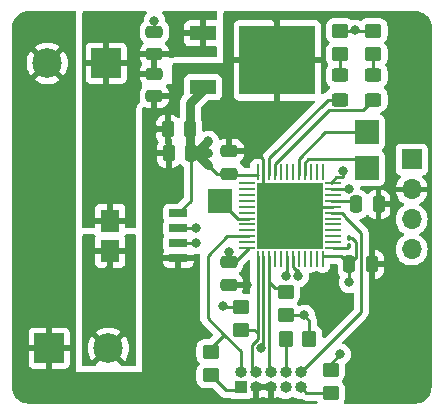
<source format=gbr>
%TF.GenerationSoftware,KiCad,Pcbnew,7.0.10*%
%TF.CreationDate,2024-01-17T14:48:32+01:00*%
%TF.ProjectId,PowerBoard,506f7765-7242-46f6-9172-642e6b696361,rev?*%
%TF.SameCoordinates,Original*%
%TF.FileFunction,Copper,L1,Top*%
%TF.FilePolarity,Positive*%
%FSLAX46Y46*%
G04 Gerber Fmt 4.6, Leading zero omitted, Abs format (unit mm)*
G04 Created by KiCad (PCBNEW 7.0.10) date 2024-01-17 14:48:32*
%MOMM*%
%LPD*%
G01*
G04 APERTURE LIST*
G04 Aperture macros list*
%AMRoundRect*
0 Rectangle with rounded corners*
0 $1 Rounding radius*
0 $2 $3 $4 $5 $6 $7 $8 $9 X,Y pos of 4 corners*
0 Add a 4 corners polygon primitive as box body*
4,1,4,$2,$3,$4,$5,$6,$7,$8,$9,$2,$3,0*
0 Add four circle primitives for the rounded corners*
1,1,$1+$1,$2,$3*
1,1,$1+$1,$4,$5*
1,1,$1+$1,$6,$7*
1,1,$1+$1,$8,$9*
0 Add four rect primitives between the rounded corners*
20,1,$1+$1,$2,$3,$4,$5,0*
20,1,$1+$1,$4,$5,$6,$7,0*
20,1,$1+$1,$6,$7,$8,$9,0*
20,1,$1+$1,$8,$9,$2,$3,0*%
G04 Aperture macros list end*
%TA.AperFunction,SMDPad,CuDef*%
%ADD10R,2.200000X1.200000*%
%TD*%
%TA.AperFunction,SMDPad,CuDef*%
%ADD11R,6.400000X5.800000*%
%TD*%
%TA.AperFunction,SMDPad,CuDef*%
%ADD12R,1.580000X1.920000*%
%TD*%
%TA.AperFunction,SMDPad,CuDef*%
%ADD13R,1.580000X0.650000*%
%TD*%
%TA.AperFunction,SMDPad,CuDef*%
%ADD14RoundRect,0.062500X0.596500X0.062500X-0.596500X0.062500X-0.596500X-0.062500X0.596500X-0.062500X0*%
%TD*%
%TA.AperFunction,SMDPad,CuDef*%
%ADD15RoundRect,0.062500X0.062500X0.596500X-0.062500X0.596500X-0.062500X-0.596500X0.062500X-0.596500X0*%
%TD*%
%TA.AperFunction,SMDPad,CuDef*%
%ADD16R,5.600000X5.600000*%
%TD*%
%TA.AperFunction,SMDPad,CuDef*%
%ADD17RoundRect,0.100000X-0.100000X0.130000X-0.100000X-0.130000X0.100000X-0.130000X0.100000X0.130000X0*%
%TD*%
%TA.AperFunction,SMDPad,CuDef*%
%ADD18R,2.000000X2.000000*%
%TD*%
%TA.AperFunction,SMDPad,CuDef*%
%ADD19RoundRect,0.250000X-0.450000X0.350000X-0.450000X-0.350000X0.450000X-0.350000X0.450000X0.350000X0*%
%TD*%
%TA.AperFunction,SMDPad,CuDef*%
%ADD20RoundRect,0.250000X0.450000X-0.350000X0.450000X0.350000X-0.450000X0.350000X-0.450000X-0.350000X0*%
%TD*%
%TA.AperFunction,SMDPad,CuDef*%
%ADD21RoundRect,0.250000X0.350000X0.450000X-0.350000X0.450000X-0.350000X-0.450000X0.350000X-0.450000X0*%
%TD*%
%TA.AperFunction,SMDPad,CuDef*%
%ADD22RoundRect,0.250000X0.450000X-0.325000X0.450000X0.325000X-0.450000X0.325000X-0.450000X-0.325000X0*%
%TD*%
%TA.AperFunction,SMDPad,CuDef*%
%ADD23RoundRect,0.250000X0.475000X-0.250000X0.475000X0.250000X-0.475000X0.250000X-0.475000X-0.250000X0*%
%TD*%
%TA.AperFunction,SMDPad,CuDef*%
%ADD24RoundRect,0.250000X-0.475000X0.250000X-0.475000X-0.250000X0.475000X-0.250000X0.475000X0.250000X0*%
%TD*%
%TA.AperFunction,SMDPad,CuDef*%
%ADD25RoundRect,0.250000X0.250000X0.475000X-0.250000X0.475000X-0.250000X-0.475000X0.250000X-0.475000X0*%
%TD*%
%TA.AperFunction,ComponentPad*%
%ADD26R,1.000000X1.000000*%
%TD*%
%TA.AperFunction,ComponentPad*%
%ADD27O,1.000000X1.000000*%
%TD*%
%TA.AperFunction,ComponentPad*%
%ADD28R,2.500000X2.500000*%
%TD*%
%TA.AperFunction,ComponentPad*%
%ADD29C,2.500000*%
%TD*%
%TA.AperFunction,ComponentPad*%
%ADD30R,1.700000X1.700000*%
%TD*%
%TA.AperFunction,ComponentPad*%
%ADD31O,1.700000X1.700000*%
%TD*%
%TA.AperFunction,ViaPad*%
%ADD32C,0.800000*%
%TD*%
%TA.AperFunction,Conductor*%
%ADD33C,0.250000*%
%TD*%
%TA.AperFunction,Conductor*%
%ADD34C,0.750000*%
%TD*%
G04 APERTURE END LIST*
D10*
%TO.P,,3,Q*%
%TO.N,VCC*%
X99364000Y-101086000D03*
D11*
%TO.P,,2,GND*%
%TO.N,GND*%
X105664000Y-98806000D03*
D10*
%TO.P,,1,I*%
%TO.N,/Vin*%
X99364000Y-96526000D03*
%TD*%
D12*
%TO.P,IC1,1,IP+*%
%TO.N,/Vin*%
X91502000Y-112395000D03*
%TO.P,IC1,4,IP-*%
%TO.N,/Vout*%
X91502000Y-114935000D03*
D13*
%TO.P,IC1,5,GND*%
%TO.N,GND*%
X97282000Y-115570000D03*
%TO.P,IC1,6,VREF*%
%TO.N,/Vref*%
X97282000Y-114300000D03*
%TO.P,IC1,7,VOUT*%
%TO.N,/Vouit*%
X97282000Y-113030000D03*
%TO.P,IC1,8,VDD*%
%TO.N,VCC*%
X97282000Y-111760000D03*
%TD*%
D14*
%TO.P,U2,1,VLCD*%
%TO.N,Net-(U2-VLCD)*%
X110401000Y-114702000D03*
%TO.P,U2,2,PC13*%
%TO.N,unconnected-(U2-PC13-Pad2)*%
X110401000Y-114202000D03*
%TO.P,U2,3,PC14*%
%TO.N,unconnected-(U2-PC14-Pad3)*%
X110401000Y-113702000D03*
%TO.P,U2,4,PC15*%
%TO.N,unconnected-(U2-PC15-Pad4)*%
X110401000Y-113202000D03*
%TO.P,U2,5,PH0*%
%TO.N,unconnected-(U2-PH0-Pad5)*%
X110401000Y-112702000D03*
%TO.P,U2,6,PH1*%
%TO.N,unconnected-(U2-PH1-Pad6)*%
X110401000Y-112202000D03*
%TO.P,U2,7,NRST*%
%TO.N,/NRST*%
X110401000Y-111702000D03*
%TO.P,U2,8,VSSA*%
%TO.N,GND*%
X110401000Y-111202000D03*
%TO.P,U2,9,VDDA*%
%TO.N,VCC*%
X110401000Y-110702000D03*
%TO.P,U2,10,PA0*%
%TO.N,unconnected-(U2-PA0-Pad10)*%
X110401000Y-110202000D03*
%TO.P,U2,11,PA1*%
%TO.N,/Vref*%
X110401000Y-109702000D03*
%TO.P,U2,12,PA2*%
%TO.N,/Vouit*%
X110401000Y-109202000D03*
D15*
%TO.P,U2,13,PA3*%
%TO.N,unconnected-(U2-PA3-Pad13)*%
X109492000Y-108293000D03*
%TO.P,U2,14,PA4*%
%TO.N,unconnected-(U2-PA4-Pad14)*%
X108992000Y-108293000D03*
%TO.P,U2,15,PA5*%
%TO.N,unconnected-(U2-PA5-Pad15)*%
X108492000Y-108293000D03*
%TO.P,U2,16,PA6*%
%TO.N,Net-(U2-PA6)*%
X107992000Y-108293000D03*
%TO.P,U2,17,PA7*%
%TO.N,Net-(U2-PA7)*%
X107492000Y-108293000D03*
%TO.P,U2,18,PB0*%
%TO.N,unconnected-(U2-PB0-Pad18)*%
X106992000Y-108293000D03*
%TO.P,U2,19,PB1*%
%TO.N,unconnected-(U2-PB1-Pad19)*%
X106492000Y-108293000D03*
%TO.P,U2,20,PB2*%
%TO.N,unconnected-(U2-PB2-Pad20)*%
X105992000Y-108293000D03*
%TO.P,U2,21,PB10*%
%TO.N,/LED3*%
X105492000Y-108293000D03*
%TO.P,U2,22,PB11*%
%TO.N,/LED4*%
X104992000Y-108293000D03*
%TO.P,U2,23,VSS*%
%TO.N,GND*%
X104492000Y-108293000D03*
%TO.P,U2,24,VDD*%
%TO.N,VCC*%
X103992000Y-108293000D03*
D14*
%TO.P,U2,25,PB12*%
%TO.N,unconnected-(U2-PB12-Pad25)*%
X103083000Y-109202000D03*
%TO.P,U2,26,PB13*%
%TO.N,unconnected-(U2-PB13-Pad26)*%
X103083000Y-109702000D03*
%TO.P,U2,27,PB14*%
%TO.N,unconnected-(U2-PB14-Pad27)*%
X103083000Y-110202000D03*
%TO.P,U2,28,PB15*%
%TO.N,unconnected-(U2-PB15-Pad28)*%
X103083000Y-110702000D03*
%TO.P,U2,29,PA8*%
%TO.N,unconnected-(U2-PA8-Pad29)*%
X103083000Y-111202000D03*
%TO.P,U2,30,PA9*%
%TO.N,unconnected-(U2-PA9-Pad30)*%
X103083000Y-111702000D03*
%TO.P,U2,31,PA10*%
%TO.N,Net-(U2-PA10)*%
X103083000Y-112202000D03*
%TO.P,U2,32,PA11*%
%TO.N,unconnected-(U2-PA11-Pad32)*%
X103083000Y-112702000D03*
%TO.P,U2,33,PA12*%
%TO.N,unconnected-(U2-PA12-Pad33)*%
X103083000Y-113202000D03*
%TO.P,U2,34,PA13*%
%TO.N,/JTMS-SWDIO*%
X103083000Y-113702000D03*
%TO.P,U2,35,VSS*%
%TO.N,GND*%
X103083000Y-114202000D03*
%TO.P,U2,36,VDD*%
%TO.N,VCC*%
X103083000Y-114702000D03*
D15*
%TO.P,U2,37,PA14*%
%TO.N,/JTCK-SWCLK*%
X103992000Y-115611000D03*
%TO.P,U2,38,PA15*%
%TO.N,/JTDI*%
X104492000Y-115611000D03*
%TO.P,U2,39,PB3*%
%TO.N,/JTDO-SWO*%
X104992000Y-115611000D03*
%TO.P,U2,40,PB4*%
%TO.N,unconnected-(U2-PB4-Pad40)*%
X105492000Y-115611000D03*
%TO.P,U2,41,PB5*%
%TO.N,unconnected-(U2-PB5-Pad41)*%
X105992000Y-115611000D03*
%TO.P,U2,42,PB6*%
%TO.N,/SCL*%
X106492000Y-115611000D03*
%TO.P,U2,43,PB7*%
%TO.N,/SDA*%
X106992000Y-115611000D03*
%TO.P,U2,44,BOOT0*%
%TO.N,GND*%
X107492000Y-115611000D03*
%TO.P,U2,45,PB8*%
%TO.N,unconnected-(U2-PB8-Pad45)*%
X107992000Y-115611000D03*
%TO.P,U2,46,PB9*%
%TO.N,unconnected-(U2-PB9-Pad46)*%
X108492000Y-115611000D03*
%TO.P,U2,47,VSS*%
%TO.N,GND*%
X108992000Y-115611000D03*
%TO.P,U2,48,VDD*%
%TO.N,VCC*%
X109492000Y-115611000D03*
D16*
%TO.P,U2,49,VSS*%
%TO.N,GND*%
X106742000Y-111952000D03*
%TD*%
D17*
%TO.P,R5,1*%
%TO.N,VCC*%
X111760000Y-113853000D03*
%TO.P,R5,2*%
%TO.N,Net-(U2-VLCD)*%
X111760000Y-114493000D03*
%TD*%
D18*
%TO.P,TP9,1,1*%
%TO.N,Net-(U2-PA10)*%
X100838000Y-110744000D03*
%TD*%
%TO.P,TP6,1,1*%
%TO.N,Net-(U2-PA7)*%
X113284000Y-104902000D03*
%TD*%
%TO.P,TP5,1,1*%
%TO.N,Net-(U2-PA6)*%
X113284000Y-107950000D03*
%TD*%
D19*
%TO.P,R10,1*%
%TO.N,VCC*%
X110998000Y-96298000D03*
%TO.P,R10,2*%
%TO.N,Net-(D4-A)*%
X110998000Y-98298000D03*
%TD*%
%TO.P,R9,1*%
%TO.N,VCC*%
X113792000Y-96298000D03*
%TO.P,R9,2*%
%TO.N,Net-(D3-A)*%
X113792000Y-98298000D03*
%TD*%
%TO.P,R6,1*%
%TO.N,VCC*%
X110179500Y-124984000D03*
%TO.P,R6,2*%
%TO.N,Net-(J4-GNDDetect)*%
X110179500Y-126984000D03*
%TD*%
%TO.P,R4,1*%
%TO.N,VCC*%
X102559500Y-119650000D03*
%TO.P,R4,2*%
%TO.N,/JTCK-SWCLK*%
X102559500Y-121650000D03*
%TD*%
D20*
%TO.P,R3,1*%
%TO.N,VCC*%
X100019500Y-125476000D03*
%TO.P,R3,2*%
%TO.N,/JTMS-SWDIO*%
X100019500Y-123476000D03*
%TD*%
%TO.P,R2,2*%
%TO.N,/JTDO-SWO*%
X106369500Y-118380000D03*
%TO.P,R2,1*%
%TO.N,VCC*%
X106369500Y-120380000D03*
%TD*%
D21*
%TO.P,R1,1*%
%TO.N,VCC*%
X108385500Y-122428000D03*
%TO.P,R1,2*%
%TO.N,/JTDI*%
X106385500Y-122428000D03*
%TD*%
D22*
%TO.P,D4,1,K*%
%TO.N,/LED4*%
X110998000Y-102126000D03*
%TO.P,D4,2,A*%
%TO.N,Net-(D4-A)*%
X110998000Y-100076000D03*
%TD*%
%TO.P,D3,1,K*%
%TO.N,/LED3*%
X113800000Y-102126000D03*
%TO.P,D3,2,A*%
%TO.N,Net-(D3-A)*%
X113800000Y-100076000D03*
%TD*%
D23*
%TO.P,C8,1*%
%TO.N,/Vin*%
X95250000Y-98298000D03*
%TO.P,C8,2*%
%TO.N,GND*%
X95250000Y-96398000D03*
%TD*%
D24*
%TO.P,C7,1*%
%TO.N,/Vin*%
X95250000Y-99954000D03*
%TO.P,C7,2*%
%TO.N,GND*%
X95250000Y-101854000D03*
%TD*%
D25*
%TO.P,C6,1*%
%TO.N,VCC*%
X98298000Y-104648000D03*
%TO.P,C6,2*%
%TO.N,GND*%
X96398000Y-104648000D03*
%TD*%
%TO.P,C5,1*%
%TO.N,VCC*%
X98364000Y-106680000D03*
%TO.P,C5,2*%
%TO.N,GND*%
X96464000Y-106680000D03*
%TD*%
D24*
%TO.P,C4,1*%
%TO.N,GND*%
X101600000Y-106492000D03*
%TO.P,C4,2*%
%TO.N,VCC*%
X101600000Y-108392000D03*
%TD*%
D25*
%TO.P,C3,1*%
%TO.N,GND*%
X114234000Y-110998000D03*
%TO.P,C3,2*%
%TO.N,VCC*%
X112334000Y-110998000D03*
%TD*%
%TO.P,C2,1*%
%TO.N,GND*%
X113669500Y-116078000D03*
%TO.P,C2,2*%
%TO.N,VCC*%
X111769500Y-116078000D03*
%TD*%
D23*
%TO.P,C1,1*%
%TO.N,GND*%
X101543500Y-117790000D03*
%TO.P,C1,2*%
%TO.N,VCC*%
X101543500Y-115890000D03*
%TD*%
D26*
%TO.P,J4,1,VTref*%
%TO.N,VCC*%
X102559500Y-126492000D03*
D27*
%TO.P,J4,2,SWDIO/TMS*%
%TO.N,/JTMS-SWDIO*%
X102559500Y-125222000D03*
%TO.P,J4,3,GND*%
%TO.N,GND*%
X103829500Y-126492000D03*
%TO.P,J4,4,SWCLK/TCK*%
%TO.N,/JTCK-SWCLK*%
X103829500Y-125222000D03*
%TO.P,J4,5,GND*%
%TO.N,GND*%
X105099500Y-126492000D03*
%TO.P,J4,6,SWO/TDO*%
%TO.N,/JTDO-SWO*%
X105099500Y-125222000D03*
%TO.P,J4,7,KEY*%
%TO.N,unconnected-(J4-KEY-Pad7)*%
X106369500Y-126492000D03*
%TO.P,J4,8,NC/TDI*%
%TO.N,/JTDI*%
X106369500Y-125222000D03*
%TO.P,J4,9,GNDDetect*%
%TO.N,Net-(J4-GNDDetect)*%
X107639500Y-126492000D03*
%TO.P,J4,10,~{RESET}*%
%TO.N,/NRST*%
X107639500Y-125222000D03*
%TD*%
D28*
%TO.P,J2,1,Pin_1*%
%TO.N,GND*%
X86360000Y-123190000D03*
D29*
%TO.P,J2,2,Pin_2*%
%TO.N,/Vout*%
X91360000Y-123190000D03*
%TD*%
D28*
%TO.P,J1,1,Pin_1*%
%TO.N,/Vin*%
X91186000Y-99060000D03*
D29*
%TO.P,J1,2,Pin_2*%
%TO.N,GND*%
X86186000Y-99060000D03*
%TD*%
D30*
%TO.P,J3,1,Pin_1*%
%TO.N,VCC*%
X117037500Y-107198000D03*
D31*
%TO.P,J3,2,Pin_2*%
%TO.N,GND*%
X117037500Y-109738000D03*
%TO.P,J3,3,Pin_3*%
%TO.N,/SCL*%
X117037500Y-112278000D03*
%TO.P,J3,4,Pin_4*%
%TO.N,/SDA*%
X117037500Y-114818000D03*
%TD*%
D32*
%TO.N,GND*%
X106807000Y-112014000D03*
X105537000Y-95250000D03*
X101727000Y-95123000D03*
X109347000Y-95123000D03*
X108966000Y-117856000D03*
X110236000Y-116967000D03*
X111760000Y-119634000D03*
X110109000Y-121412000D03*
X113792000Y-113284000D03*
X105537000Y-104521000D03*
X103632000Y-106299000D03*
X100076000Y-104267000D03*
X100076000Y-102870000D03*
X101219000Y-99568000D03*
X101981000Y-102743000D03*
X104521000Y-102743000D03*
X107569000Y-102743000D03*
X115443000Y-105283000D03*
X115443000Y-101219000D03*
X115443000Y-98044000D03*
X115443000Y-95885000D03*
X117729000Y-101219000D03*
X117729000Y-98044000D03*
X117602000Y-95885000D03*
X117602000Y-105156000D03*
X115062000Y-122428000D03*
X113919000Y-118364000D03*
X117729000Y-123317000D03*
X117602000Y-119634000D03*
X117731640Y-116966926D03*
X117602000Y-126619000D03*
X114681000Y-126746000D03*
X112141000Y-122555000D03*
X111887000Y-126619000D03*
X98552000Y-116967000D03*
X99060000Y-121793000D03*
X98425000Y-126746000D03*
X94742000Y-126746000D03*
X94742000Y-122047000D03*
X94742000Y-119507000D03*
X94742000Y-116586000D03*
X94742000Y-110363000D03*
X97028000Y-110236000D03*
X97155000Y-108458000D03*
X97282000Y-99695000D03*
X88138000Y-113157000D03*
X84328000Y-113157000D03*
X88138000Y-109093000D03*
X84328000Y-109093000D03*
X88138000Y-101092000D03*
X84328000Y-101092000D03*
X84455000Y-95885000D03*
X88138000Y-95758000D03*
X88138000Y-105029000D03*
X84328000Y-105029000D03*
X88138000Y-117221000D03*
X84328000Y-117221000D03*
X88138000Y-120904000D03*
X84455000Y-120904000D03*
X84455000Y-126619000D03*
X88138000Y-126746000D03*
%TO.N,VCC*%
X112268000Y-96266000D03*
X110998000Y-123698000D03*
X111760000Y-117602000D03*
X107950000Y-120396000D03*
X101092000Y-119634000D03*
%TO.N,GND*%
X103124000Y-117856000D03*
%TO.N,VCC*%
X101543500Y-115005500D03*
%TO.N,/Vin*%
X91440000Y-110490000D03*
X93218000Y-110490000D03*
X89662000Y-110490000D03*
X89662000Y-111506000D03*
X89662000Y-112522000D03*
X93218000Y-111506000D03*
X93218000Y-112522000D03*
%TO.N,/Vout*%
X91440000Y-116586000D03*
X89662000Y-116586000D03*
X93218000Y-116586000D03*
X93218000Y-115570000D03*
X89662000Y-115570000D03*
X89662000Y-114554000D03*
X93218000Y-114554000D03*
%TO.N,GND*%
X95250000Y-103632000D03*
X95250000Y-106680000D03*
X95250000Y-104648000D03*
X95250000Y-95434000D03*
%TO.N,/SDA*%
X107438655Y-117094000D03*
%TO.N,/SCL*%
X106426000Y-117094000D03*
%TO.N,/Vref*%
X98806000Y-114300000D03*
%TO.N,/Vouit*%
X98806000Y-113030000D03*
%TO.N,VCC*%
X99822000Y-107696000D03*
X99822000Y-105664000D03*
X99822000Y-106680000D03*
%TO.N,/JTDI*%
X104267000Y-123190000D03*
%TO.N,/Vouit*%
X111252000Y-108204000D03*
%TO.N,/Vref*%
X111760000Y-109728000D03*
%TD*%
D33*
%TO.N,VCC*%
X111959999Y-113853000D02*
X112285000Y-114178001D01*
X112285000Y-114178001D02*
X112285000Y-115562500D01*
X112285000Y-115562500D02*
X111769500Y-116078000D01*
X111760000Y-113853000D02*
X111959999Y-113853000D01*
%TO.N,/NRST*%
X111385000Y-111977260D02*
X111109740Y-111702000D01*
X112776000Y-113453130D02*
X111385000Y-112062130D01*
X112776000Y-120085500D02*
X112776000Y-113453130D01*
X111385000Y-112062130D02*
X111385000Y-111977260D01*
X111109740Y-111702000D02*
X110179500Y-111702000D01*
X107639500Y-125222000D02*
X112776000Y-120085500D01*
%TO.N,Net-(U2-VLCD)*%
X111551000Y-114702000D02*
X110401000Y-114702000D01*
X111760000Y-114493000D02*
X111551000Y-114702000D01*
%TO.N,GND*%
X104492000Y-107159000D02*
X103632000Y-106299000D01*
X104492000Y-108293000D02*
X104492000Y-107159000D01*
X104492000Y-109702000D02*
X106742000Y-111952000D01*
X104492000Y-108293000D02*
X104492000Y-109702000D01*
X110401000Y-111202000D02*
X107492000Y-111202000D01*
X107492000Y-111202000D02*
X106742000Y-111952000D01*
X95250000Y-96078000D02*
X95250000Y-95434000D01*
%TO.N,VCC*%
X112236000Y-96298000D02*
X112268000Y-96266000D01*
X110998000Y-96298000D02*
X112236000Y-96298000D01*
X112300000Y-96298000D02*
X112268000Y-96266000D01*
X113792000Y-96298000D02*
X112300000Y-96298000D01*
X110179500Y-124516500D02*
X110998000Y-123698000D01*
X110179500Y-124984000D02*
X110179500Y-124516500D01*
X108385500Y-120831500D02*
X107950000Y-120396000D01*
X108385500Y-122428000D02*
X108385500Y-120831500D01*
X111769500Y-117592500D02*
X111760000Y-117602000D01*
X111769500Y-116078000D02*
X111769500Y-117592500D01*
X107934000Y-120380000D02*
X107950000Y-120396000D01*
X106369500Y-120380000D02*
X107934000Y-120380000D01*
X101108000Y-119650000D02*
X101092000Y-119634000D01*
X102559500Y-119650000D02*
X101108000Y-119650000D01*
X101346000Y-114808000D02*
X101543500Y-115005500D01*
X101543500Y-115890000D02*
X101543500Y-115005500D01*
%TO.N,/JTMS-SWDIO*%
X101436000Y-113702000D02*
X103304500Y-113702000D01*
X99765500Y-115372500D02*
X101436000Y-113702000D01*
X99765500Y-120650000D02*
X99765500Y-115372500D01*
X101162500Y-122047000D02*
X99765500Y-120650000D01*
%TO.N,Net-(U2-PA6)*%
X107992000Y-107492130D02*
X107992000Y-108293000D01*
X108296130Y-107188000D02*
X107992000Y-107492130D01*
X113284000Y-107950000D02*
X112522000Y-107188000D01*
X112522000Y-107188000D02*
X108296130Y-107188000D01*
%TO.N,GND*%
X95250000Y-103632000D02*
X95250000Y-104648000D01*
X95250000Y-102108000D02*
X95250000Y-103632000D01*
%TO.N,/Vref*%
X111169500Y-109702000D02*
X110179500Y-109702000D01*
X111195500Y-109728000D02*
X111169500Y-109702000D01*
X111760000Y-109728000D02*
X111195500Y-109728000D01*
%TO.N,/Vouit*%
X110669500Y-108712000D02*
X110179500Y-109202000D01*
X111195500Y-108712000D02*
X110669500Y-108712000D01*
X111252000Y-108204000D02*
X111195500Y-108260500D01*
X111195500Y-108260500D02*
X111195500Y-108712000D01*
%TO.N,/SDA*%
X106992000Y-116319740D02*
X106992000Y-115389500D01*
X107267260Y-116595000D02*
X106992000Y-116319740D01*
X107438655Y-116595000D02*
X107267260Y-116595000D01*
X107438655Y-117094000D02*
X107438655Y-116595000D01*
%TO.N,/SCL*%
X106492000Y-117028000D02*
X106492000Y-115389500D01*
X106426000Y-117094000D02*
X106492000Y-117028000D01*
%TO.N,/LED3*%
X110032630Y-103026000D02*
X112900000Y-103026000D01*
X105492000Y-107566630D02*
X110032630Y-103026000D01*
X112900000Y-103026000D02*
X113800000Y-102126000D01*
X105492000Y-108514500D02*
X105492000Y-107566630D01*
%TO.N,Net-(U2-PA7)*%
X107492000Y-107138000D02*
X107492000Y-108514500D01*
X109728000Y-104902000D02*
X107492000Y-107138000D01*
X113284000Y-104902000D02*
X109728000Y-104902000D01*
%TO.N,VCC*%
X98364000Y-110678000D02*
X97282000Y-111760000D01*
X98364000Y-106680000D02*
X98364000Y-110678000D01*
X101600000Y-108392000D02*
X100518000Y-108392000D01*
X100518000Y-108392000D02*
X99822000Y-107696000D01*
X101722500Y-108514500D02*
X101600000Y-108392000D01*
X103992000Y-108514500D02*
X101722500Y-108514500D01*
X102305500Y-126746000D02*
X102559500Y-126492000D01*
X100019500Y-125476000D02*
X101289500Y-126746000D01*
X101289500Y-126746000D02*
X102305500Y-126746000D01*
%TO.N,Net-(D3-A)*%
X113800000Y-98306000D02*
X113792000Y-98298000D01*
X113800000Y-100076000D02*
X113800000Y-98306000D01*
%TO.N,Net-(D4-A)*%
X110998000Y-100076000D02*
X110998000Y-98298000D01*
%TO.N,/LED4*%
X104992000Y-107098000D02*
X104992000Y-108514500D01*
X109964000Y-102126000D02*
X104992000Y-107098000D01*
X110998000Y-102126000D02*
X109964000Y-102126000D01*
%TO.N,Net-(U2-PA10)*%
X102296000Y-112202000D02*
X100838000Y-110744000D01*
X103304500Y-112202000D02*
X102296000Y-112202000D01*
%TO.N,/Vref*%
X97282000Y-114300000D02*
X98806000Y-114300000D01*
%TO.N,/Vouit*%
X97282000Y-113030000D02*
X98806000Y-113030000D01*
%TO.N,Net-(U2-PA6)*%
X107992000Y-108514500D02*
X107992000Y-108027260D01*
%TO.N,GND*%
X95250000Y-106680000D02*
X95250000Y-106934000D01*
X96398000Y-104648000D02*
X95250000Y-104648000D01*
X95250000Y-104648000D02*
X95250000Y-106680000D01*
X95504000Y-106680000D02*
X96464000Y-106680000D01*
X95250000Y-106934000D02*
X95504000Y-106680000D01*
D34*
%TO.N,VCC*%
X98308000Y-102396000D02*
X98308000Y-106624000D01*
X99364000Y-101340000D02*
X98308000Y-102396000D01*
X98806000Y-106680000D02*
X99822000Y-105664000D01*
D33*
X98364000Y-106680000D02*
X98806000Y-106680000D01*
D34*
X98806000Y-106680000D02*
X99822000Y-107696000D01*
X98364000Y-106680000D02*
X99822000Y-106680000D01*
D33*
X98308000Y-106624000D02*
X98364000Y-106680000D01*
%TO.N,/JTDI*%
X106369500Y-122444000D02*
X106385500Y-122428000D01*
X106369500Y-125222000D02*
X106369500Y-122444000D01*
%TO.N,/JTDO-SWO*%
X104992000Y-117602000D02*
X104992000Y-125114500D01*
X105500000Y-118110000D02*
X104992000Y-117602000D01*
X104992000Y-115389500D02*
X104992000Y-117602000D01*
X106369500Y-118110000D02*
X105500000Y-118110000D01*
%TO.N,/JTMS-SWDIO*%
X100019500Y-123190000D02*
X101162500Y-122047000D01*
X102559500Y-123444000D02*
X101162500Y-122047000D01*
%TO.N,/JTCK-SWCLK*%
X102559500Y-121650000D02*
X103722000Y-121650000D01*
X103992000Y-121920000D02*
X103992000Y-122439695D01*
X103722000Y-121650000D02*
X103992000Y-121920000D01*
X103992000Y-115389500D02*
X103992000Y-121920000D01*
%TO.N,/JTMS-SWDIO*%
X102559500Y-125222000D02*
X102559500Y-123444000D01*
%TO.N,Net-(J4-GNDDetect)*%
X108131500Y-126984000D02*
X107639500Y-126492000D01*
X110179500Y-126984000D02*
X108131500Y-126984000D01*
%TO.N,/JTCK-SWCLK*%
X103542000Y-124934500D02*
X103829500Y-125222000D01*
X103542000Y-122889695D02*
X103542000Y-124934500D01*
X103992000Y-122439695D02*
X103542000Y-122889695D01*
%TO.N,/JTDI*%
X104492000Y-122965000D02*
X104267000Y-123190000D01*
X104492000Y-115389500D02*
X104492000Y-122965000D01*
%TO.N,/JTDO-SWO*%
X104992000Y-125114500D02*
X105099500Y-125222000D01*
%TO.N,VCC*%
X110221500Y-110744000D02*
X110179500Y-110702000D01*
X112023500Y-110744000D02*
X110221500Y-110744000D01*
X101543500Y-115890000D02*
X102116500Y-115890000D01*
X102116500Y-115890000D02*
X103304500Y-114702000D01*
X111081000Y-115389500D02*
X109492000Y-115389500D01*
X111769500Y-116078000D02*
X111081000Y-115389500D01*
%TD*%
%TA.AperFunction,Conductor*%
%TO.N,/Vin*%
G36*
X94546661Y-94654185D02*
G01*
X94592416Y-94706989D01*
X94602360Y-94776147D01*
X94573335Y-94839703D01*
X94571772Y-94841472D01*
X94517466Y-94901785D01*
X94422821Y-95065715D01*
X94422818Y-95065722D01*
X94390190Y-95166142D01*
X94364326Y-95245744D01*
X94344708Y-95432401D01*
X94344540Y-95434002D01*
X94346260Y-95450371D01*
X94333689Y-95519100D01*
X94310621Y-95551010D01*
X94182287Y-95679345D01*
X94090187Y-95828663D01*
X94090186Y-95828666D01*
X94035001Y-95995203D01*
X94035001Y-95995204D01*
X94035000Y-95995204D01*
X94024500Y-96097983D01*
X94024500Y-96698001D01*
X94024501Y-96698019D01*
X94035000Y-96800796D01*
X94035001Y-96800799D01*
X94090185Y-96967331D01*
X94090187Y-96967336D01*
X94098841Y-96981366D01*
X94182288Y-97116656D01*
X94306344Y-97240712D01*
X94309628Y-97242737D01*
X94309653Y-97242753D01*
X94311445Y-97244746D01*
X94312011Y-97245193D01*
X94311934Y-97245289D01*
X94356379Y-97294699D01*
X94367603Y-97363661D01*
X94339761Y-97427744D01*
X94309665Y-97453826D01*
X94306660Y-97455679D01*
X94306655Y-97455683D01*
X94182684Y-97579654D01*
X94090643Y-97728875D01*
X94090641Y-97728880D01*
X94035494Y-97895302D01*
X94035493Y-97895309D01*
X94025000Y-97998013D01*
X94025000Y-98048000D01*
X96474999Y-98048000D01*
X96474999Y-97998028D01*
X96474998Y-97998013D01*
X96464505Y-97895302D01*
X96409358Y-97728880D01*
X96409356Y-97728875D01*
X96317315Y-97579654D01*
X96193344Y-97455683D01*
X96193341Y-97455681D01*
X96190339Y-97453829D01*
X96188713Y-97452021D01*
X96187677Y-97451202D01*
X96187817Y-97451024D01*
X96143617Y-97401880D01*
X96132397Y-97332917D01*
X96160243Y-97268836D01*
X96190344Y-97242754D01*
X96193656Y-97240712D01*
X96317712Y-97116656D01*
X96409814Y-96967334D01*
X96464999Y-96800797D01*
X96467532Y-96776000D01*
X97764000Y-96776000D01*
X97764000Y-97173844D01*
X97770401Y-97233372D01*
X97770403Y-97233379D01*
X97820645Y-97368086D01*
X97820649Y-97368093D01*
X97906809Y-97483187D01*
X97906812Y-97483190D01*
X98021906Y-97569350D01*
X98021913Y-97569354D01*
X98156620Y-97619596D01*
X98156627Y-97619598D01*
X98216155Y-97625999D01*
X98216172Y-97626000D01*
X99114000Y-97626000D01*
X99114000Y-96776000D01*
X97764000Y-96776000D01*
X96467532Y-96776000D01*
X96475500Y-96698009D01*
X96475499Y-96276000D01*
X97764000Y-96276000D01*
X99114000Y-96276000D01*
X99114000Y-95426000D01*
X98216155Y-95426000D01*
X98156627Y-95432401D01*
X98156620Y-95432403D01*
X98021913Y-95482645D01*
X98021906Y-95482649D01*
X97906812Y-95568809D01*
X97906809Y-95568812D01*
X97820649Y-95683906D01*
X97820645Y-95683913D01*
X97770403Y-95818620D01*
X97770401Y-95818627D01*
X97764000Y-95878155D01*
X97764000Y-96276000D01*
X96475499Y-96276000D01*
X96475499Y-96097992D01*
X96464999Y-95995203D01*
X96409814Y-95828666D01*
X96317712Y-95679344D01*
X96193656Y-95555288D01*
X96189379Y-95551011D01*
X96155894Y-95489688D01*
X96153739Y-95450370D01*
X96155460Y-95434000D01*
X96135674Y-95245744D01*
X96077179Y-95065716D01*
X95982533Y-94901784D01*
X95928228Y-94841472D01*
X95897998Y-94778480D01*
X95906623Y-94709145D01*
X95951365Y-94655480D01*
X96018017Y-94634522D01*
X96020378Y-94634500D01*
X100462500Y-94634500D01*
X100529539Y-94654185D01*
X100575294Y-94706989D01*
X100586500Y-94758500D01*
X100586500Y-95302000D01*
X100566815Y-95369039D01*
X100514011Y-95414794D01*
X100462500Y-95426000D01*
X99614000Y-95426000D01*
X99614000Y-97626000D01*
X100462500Y-97626000D01*
X100529539Y-97645685D01*
X100575294Y-97698489D01*
X100586500Y-97750000D01*
X100586500Y-98430500D01*
X100566815Y-98497539D01*
X100514011Y-98543294D01*
X100462500Y-98554500D01*
X96898000Y-98554500D01*
X96897991Y-98554500D01*
X96897990Y-98554501D01*
X96790549Y-98566052D01*
X96790537Y-98566054D01*
X96739036Y-98577258D01*
X96635563Y-98611697D01*
X96565737Y-98614190D01*
X96508723Y-98581723D01*
X96475000Y-98548000D01*
X95500000Y-98548000D01*
X95500000Y-100080000D01*
X95480315Y-100147039D01*
X95427511Y-100192794D01*
X95376000Y-100204000D01*
X94025001Y-100204000D01*
X94025001Y-100253986D01*
X94035494Y-100356697D01*
X94090641Y-100523119D01*
X94090643Y-100523124D01*
X94182684Y-100672345D01*
X94203488Y-100693149D01*
X94236973Y-100754472D01*
X94234000Y-100796043D01*
X94234000Y-101032270D01*
X94214315Y-101099309D01*
X94197681Y-101119951D01*
X94182289Y-101135342D01*
X94090187Y-101284663D01*
X94090186Y-101284666D01*
X94035001Y-101451203D01*
X94035001Y-101451204D01*
X94035000Y-101451204D01*
X94024500Y-101553983D01*
X94024500Y-102154001D01*
X94024501Y-102154019D01*
X94035294Y-102259673D01*
X94022524Y-102328366D01*
X93978985Y-102376583D01*
X93975466Y-102378844D01*
X93975444Y-102378860D01*
X93922659Y-102424599D01*
X93828433Y-102533340D01*
X93828430Y-102533344D01*
X93768664Y-102664210D01*
X93748976Y-102731258D01*
X93728500Y-102873677D01*
X93728500Y-112908500D01*
X93708815Y-112975539D01*
X93656011Y-113021294D01*
X93604500Y-113032500D01*
X92916000Y-113032500D01*
X92848961Y-113012815D01*
X92803206Y-112960011D01*
X92792000Y-112908500D01*
X92792000Y-112645000D01*
X90212000Y-112645000D01*
X90212000Y-112908500D01*
X90192315Y-112975539D01*
X90139511Y-113021294D01*
X90088000Y-113032500D01*
X89275500Y-113032500D01*
X89208461Y-113012815D01*
X89162706Y-112960011D01*
X89151500Y-112908500D01*
X89151500Y-112145000D01*
X90212000Y-112145000D01*
X91252000Y-112145000D01*
X91252000Y-110935000D01*
X91752000Y-110935000D01*
X91752000Y-112145000D01*
X92792000Y-112145000D01*
X92792000Y-111387172D01*
X92791999Y-111387155D01*
X92785598Y-111327627D01*
X92785596Y-111327620D01*
X92735354Y-111192913D01*
X92735350Y-111192906D01*
X92649190Y-111077812D01*
X92649187Y-111077809D01*
X92534093Y-110991649D01*
X92534086Y-110991645D01*
X92399379Y-110941403D01*
X92399372Y-110941401D01*
X92339844Y-110935000D01*
X91752000Y-110935000D01*
X91252000Y-110935000D01*
X90664155Y-110935000D01*
X90604627Y-110941401D01*
X90604620Y-110941403D01*
X90469913Y-110991645D01*
X90469906Y-110991649D01*
X90354812Y-111077809D01*
X90354809Y-111077812D01*
X90268649Y-111192906D01*
X90268645Y-111192913D01*
X90218403Y-111327620D01*
X90218401Y-111327627D01*
X90212000Y-111387155D01*
X90212000Y-112145000D01*
X89151500Y-112145000D01*
X89151500Y-100357844D01*
X89436000Y-100357844D01*
X89442401Y-100417372D01*
X89442403Y-100417379D01*
X89492645Y-100552086D01*
X89492649Y-100552093D01*
X89578809Y-100667187D01*
X89578812Y-100667190D01*
X89693906Y-100753350D01*
X89693913Y-100753354D01*
X89828620Y-100803596D01*
X89828627Y-100803598D01*
X89888155Y-100809999D01*
X89888172Y-100810000D01*
X90936000Y-100810000D01*
X90936000Y-99664310D01*
X90944817Y-99669158D01*
X91103886Y-99710000D01*
X91226894Y-99710000D01*
X91348933Y-99694583D01*
X91436000Y-99660110D01*
X91436000Y-100810000D01*
X92483828Y-100810000D01*
X92483844Y-100809999D01*
X92543372Y-100803598D01*
X92543379Y-100803596D01*
X92678086Y-100753354D01*
X92678093Y-100753350D01*
X92793187Y-100667190D01*
X92793190Y-100667187D01*
X92879350Y-100552093D01*
X92879354Y-100552086D01*
X92929596Y-100417379D01*
X92929598Y-100417372D01*
X92935999Y-100357844D01*
X92936000Y-100357827D01*
X92936000Y-99704000D01*
X94025000Y-99704000D01*
X95000000Y-99704000D01*
X95000000Y-98548000D01*
X94025001Y-98548000D01*
X94025001Y-98597986D01*
X94035494Y-98700697D01*
X94090641Y-98867119D01*
X94090643Y-98867124D01*
X94182684Y-99016345D01*
X94204658Y-99038319D01*
X94238143Y-99099642D01*
X94233159Y-99169334D01*
X94204658Y-99213681D01*
X94182684Y-99235654D01*
X94090643Y-99384875D01*
X94090641Y-99384880D01*
X94035494Y-99551302D01*
X94035493Y-99551309D01*
X94025000Y-99654013D01*
X94025000Y-99704000D01*
X92936000Y-99704000D01*
X92936000Y-99310000D01*
X91786728Y-99310000D01*
X91809100Y-99262457D01*
X91839873Y-99101138D01*
X91829561Y-98937234D01*
X91788220Y-98810000D01*
X92936000Y-98810000D01*
X92936000Y-97762172D01*
X92935999Y-97762155D01*
X92929598Y-97702627D01*
X92929596Y-97702620D01*
X92879354Y-97567913D01*
X92879350Y-97567906D01*
X92793190Y-97452812D01*
X92793187Y-97452809D01*
X92678093Y-97366649D01*
X92678086Y-97366645D01*
X92543379Y-97316403D01*
X92543372Y-97316401D01*
X92483844Y-97310000D01*
X91436000Y-97310000D01*
X91436000Y-98455689D01*
X91427183Y-98450842D01*
X91268114Y-98410000D01*
X91145106Y-98410000D01*
X91023067Y-98425417D01*
X90936000Y-98459889D01*
X90936000Y-97310000D01*
X89888155Y-97310000D01*
X89828627Y-97316401D01*
X89828620Y-97316403D01*
X89693913Y-97366645D01*
X89693906Y-97366649D01*
X89578812Y-97452809D01*
X89578809Y-97452812D01*
X89492649Y-97567906D01*
X89492645Y-97567913D01*
X89442403Y-97702620D01*
X89442401Y-97702627D01*
X89436000Y-97762155D01*
X89436000Y-98810000D01*
X90585272Y-98810000D01*
X90562900Y-98857543D01*
X90532127Y-99018862D01*
X90542439Y-99182766D01*
X90583780Y-99310000D01*
X89436000Y-99310000D01*
X89436000Y-100357844D01*
X89151500Y-100357844D01*
X89151500Y-94758500D01*
X89171185Y-94691461D01*
X89223989Y-94645706D01*
X89275500Y-94634500D01*
X94479622Y-94634500D01*
X94546661Y-94654185D01*
G37*
%TD.AperFunction*%
%TD*%
%TA.AperFunction,Conductor*%
%TO.N,/Vout*%
G36*
X90229274Y-113557685D02*
G01*
X90260953Y-113591710D01*
X90262905Y-113590251D01*
X90263559Y-113591125D01*
X90265662Y-113596768D01*
X90271068Y-113602574D01*
X90272456Y-113605116D01*
X90269396Y-113606786D01*
X90287963Y-113656594D01*
X90273098Y-113724864D01*
X90272717Y-113725457D01*
X90268645Y-113732913D01*
X90218403Y-113867620D01*
X90218401Y-113867627D01*
X90212000Y-113927155D01*
X90212000Y-114685000D01*
X92792000Y-114685000D01*
X92792000Y-113927172D01*
X92791999Y-113927155D01*
X92785598Y-113867627D01*
X92785597Y-113867623D01*
X92735349Y-113732904D01*
X92731101Y-113725123D01*
X92734360Y-113723343D01*
X92716046Y-113674374D01*
X92730836Y-113606087D01*
X92732019Y-113604245D01*
X92732941Y-113602559D01*
X92733397Y-113602102D01*
X92740536Y-113590998D01*
X92741191Y-113590125D01*
X92743583Y-113591919D01*
X92782353Y-113553160D01*
X92841766Y-113538000D01*
X93604500Y-113538000D01*
X93671539Y-113557685D01*
X93717294Y-113610489D01*
X93728500Y-113662000D01*
X93728500Y-124592500D01*
X93708815Y-124659539D01*
X93656011Y-124705294D01*
X93604500Y-124716500D01*
X92533733Y-124716500D01*
X92466694Y-124696815D01*
X92420939Y-124644011D01*
X92412899Y-124596451D01*
X91607534Y-123791086D01*
X91675629Y-123764126D01*
X91808492Y-123667595D01*
X91913175Y-123541055D01*
X91961631Y-123438078D01*
X92762125Y-124238572D01*
X92809971Y-124178573D01*
X92941116Y-123951426D01*
X93036941Y-123707270D01*
X93095306Y-123451550D01*
X93095307Y-123451545D01*
X93114907Y-123190004D01*
X93114907Y-123189995D01*
X93095307Y-122928454D01*
X93095306Y-122928449D01*
X93036941Y-122672729D01*
X92941116Y-122428573D01*
X92941117Y-122428573D01*
X92809972Y-122201426D01*
X92762124Y-122141427D01*
X91962546Y-122941004D01*
X91952812Y-122911044D01*
X91864814Y-122772381D01*
X91745097Y-122659960D01*
X91610489Y-122585958D01*
X92409168Y-121787278D01*
X92237454Y-121670206D01*
X92237445Y-121670201D01*
X92001142Y-121556404D01*
X92001144Y-121556404D01*
X91750505Y-121479092D01*
X91750499Y-121479090D01*
X91491151Y-121440000D01*
X91228848Y-121440000D01*
X90969500Y-121479090D01*
X90969494Y-121479092D01*
X90718858Y-121556404D01*
X90718854Y-121556405D01*
X90482547Y-121670205D01*
X90482539Y-121670210D01*
X90310830Y-121787277D01*
X91112466Y-122588913D01*
X91044371Y-122615874D01*
X90911508Y-122712405D01*
X90806825Y-122838945D01*
X90758368Y-122941920D01*
X89957875Y-122141427D01*
X89957874Y-122141427D01*
X89910028Y-122201425D01*
X89778883Y-122428573D01*
X89683058Y-122672729D01*
X89624693Y-122928449D01*
X89624692Y-122928454D01*
X89605093Y-123189995D01*
X89605093Y-123190004D01*
X89624692Y-123451545D01*
X89624693Y-123451550D01*
X89683058Y-123707270D01*
X89778883Y-123951426D01*
X89778882Y-123951426D01*
X89910027Y-124178573D01*
X89957874Y-124238571D01*
X90757452Y-123438993D01*
X90767188Y-123468956D01*
X90855186Y-123607619D01*
X90974903Y-123720040D01*
X91109510Y-123794041D01*
X90306608Y-124596942D01*
X90296385Y-124649508D01*
X90248083Y-124699993D01*
X90186266Y-124716500D01*
X89275500Y-124716500D01*
X89208461Y-124696815D01*
X89162706Y-124644011D01*
X89151500Y-124592500D01*
X89151500Y-115185000D01*
X90212000Y-115185000D01*
X90212000Y-115942844D01*
X90218401Y-116002372D01*
X90218403Y-116002379D01*
X90268645Y-116137086D01*
X90268649Y-116137093D01*
X90354809Y-116252187D01*
X90354812Y-116252190D01*
X90469906Y-116338350D01*
X90469913Y-116338354D01*
X90604620Y-116388596D01*
X90604627Y-116388598D01*
X90664155Y-116394999D01*
X90664172Y-116395000D01*
X91252000Y-116395000D01*
X91252000Y-115185000D01*
X91752000Y-115185000D01*
X91752000Y-116395000D01*
X92339828Y-116395000D01*
X92339844Y-116394999D01*
X92399372Y-116388598D01*
X92399379Y-116388596D01*
X92534086Y-116338354D01*
X92534093Y-116338350D01*
X92649187Y-116252190D01*
X92649190Y-116252187D01*
X92735350Y-116137093D01*
X92735354Y-116137086D01*
X92785596Y-116002379D01*
X92785598Y-116002372D01*
X92791999Y-115942844D01*
X92792000Y-115942827D01*
X92792000Y-115185000D01*
X91752000Y-115185000D01*
X91252000Y-115185000D01*
X90212000Y-115185000D01*
X89151500Y-115185000D01*
X89151500Y-113662000D01*
X89171185Y-113594961D01*
X89223989Y-113549206D01*
X89275500Y-113538000D01*
X90162235Y-113538000D01*
X90229274Y-113557685D01*
G37*
%TD.AperFunction*%
%TD*%
%TA.AperFunction,Conductor*%
%TO.N,GND*%
G36*
X88589039Y-94654185D02*
G01*
X88634794Y-94706989D01*
X88646000Y-94758500D01*
X88646000Y-127869500D01*
X84586875Y-127869500D01*
X84577146Y-127869118D01*
X84376241Y-127853306D01*
X84357022Y-127850262D01*
X84165816Y-127804357D01*
X84147311Y-127798344D01*
X83965642Y-127723094D01*
X83948305Y-127714260D01*
X83780648Y-127611520D01*
X83764907Y-127600084D01*
X83615381Y-127472378D01*
X83601621Y-127458618D01*
X83473915Y-127309092D01*
X83462479Y-127293351D01*
X83359739Y-127125694D01*
X83350905Y-127108357D01*
X83275655Y-126926688D01*
X83269642Y-126908183D01*
X83223737Y-126716977D01*
X83220693Y-126697758D01*
X83204882Y-126496853D01*
X83204500Y-126487124D01*
X83204500Y-124487844D01*
X84610000Y-124487844D01*
X84616401Y-124547372D01*
X84616403Y-124547379D01*
X84666645Y-124682086D01*
X84666649Y-124682093D01*
X84752809Y-124797187D01*
X84752812Y-124797190D01*
X84867906Y-124883350D01*
X84867913Y-124883354D01*
X85002620Y-124933596D01*
X85002627Y-124933598D01*
X85062155Y-124939999D01*
X85062172Y-124940000D01*
X86110000Y-124940000D01*
X86110000Y-123794310D01*
X86118817Y-123799158D01*
X86277886Y-123840000D01*
X86400894Y-123840000D01*
X86522933Y-123824583D01*
X86610000Y-123790110D01*
X86610000Y-124940000D01*
X87657828Y-124940000D01*
X87657844Y-124939999D01*
X87717372Y-124933598D01*
X87717379Y-124933596D01*
X87852086Y-124883354D01*
X87852093Y-124883350D01*
X87967187Y-124797190D01*
X87967190Y-124797187D01*
X88053350Y-124682093D01*
X88053354Y-124682086D01*
X88103596Y-124547379D01*
X88103598Y-124547372D01*
X88109999Y-124487844D01*
X88110000Y-124487827D01*
X88110000Y-123440000D01*
X86960728Y-123440000D01*
X86983100Y-123392457D01*
X87013873Y-123231138D01*
X87003561Y-123067234D01*
X86962220Y-122940000D01*
X88110000Y-122940000D01*
X88110000Y-121892172D01*
X88109999Y-121892155D01*
X88103598Y-121832627D01*
X88103596Y-121832620D01*
X88053354Y-121697913D01*
X88053350Y-121697906D01*
X87967190Y-121582812D01*
X87967187Y-121582809D01*
X87852093Y-121496649D01*
X87852086Y-121496645D01*
X87717379Y-121446403D01*
X87717372Y-121446401D01*
X87657844Y-121440000D01*
X86610000Y-121440000D01*
X86610000Y-122585689D01*
X86601183Y-122580842D01*
X86442114Y-122540000D01*
X86319106Y-122540000D01*
X86197067Y-122555417D01*
X86110000Y-122589889D01*
X86110000Y-121440000D01*
X85062155Y-121440000D01*
X85002627Y-121446401D01*
X85002620Y-121446403D01*
X84867913Y-121496645D01*
X84867906Y-121496649D01*
X84752812Y-121582809D01*
X84752809Y-121582812D01*
X84666649Y-121697906D01*
X84666645Y-121697913D01*
X84616403Y-121832620D01*
X84616401Y-121832627D01*
X84610000Y-121892155D01*
X84610000Y-122940000D01*
X85759272Y-122940000D01*
X85736900Y-122987543D01*
X85706127Y-123148862D01*
X85716439Y-123312766D01*
X85757780Y-123440000D01*
X84610000Y-123440000D01*
X84610000Y-124487844D01*
X83204500Y-124487844D01*
X83204500Y-99060004D01*
X84431093Y-99060004D01*
X84450692Y-99321545D01*
X84450693Y-99321550D01*
X84509058Y-99577270D01*
X84604883Y-99821426D01*
X84604882Y-99821426D01*
X84736027Y-100048573D01*
X84783874Y-100108571D01*
X85583452Y-99308993D01*
X85593188Y-99338956D01*
X85681186Y-99477619D01*
X85800903Y-99590040D01*
X85935510Y-99664041D01*
X85136830Y-100462720D01*
X85308546Y-100579793D01*
X85308550Y-100579795D01*
X85544854Y-100693594D01*
X85544858Y-100693595D01*
X85795494Y-100770907D01*
X85795500Y-100770909D01*
X86054848Y-100809999D01*
X86054857Y-100810000D01*
X86317143Y-100810000D01*
X86317151Y-100809999D01*
X86576499Y-100770909D01*
X86576505Y-100770907D01*
X86827143Y-100693595D01*
X87063445Y-100579798D01*
X87063447Y-100579797D01*
X87235168Y-100462720D01*
X86433534Y-99661086D01*
X86501629Y-99634126D01*
X86634492Y-99537595D01*
X86739175Y-99411055D01*
X86787631Y-99308078D01*
X87588125Y-100108572D01*
X87635971Y-100048573D01*
X87767116Y-99821426D01*
X87862941Y-99577270D01*
X87921306Y-99321550D01*
X87921307Y-99321545D01*
X87940907Y-99060004D01*
X87940907Y-99059995D01*
X87921307Y-98798454D01*
X87921306Y-98798449D01*
X87862941Y-98542729D01*
X87767116Y-98298573D01*
X87767117Y-98298573D01*
X87635972Y-98071426D01*
X87588124Y-98011427D01*
X86788546Y-98811004D01*
X86778812Y-98781044D01*
X86690814Y-98642381D01*
X86571097Y-98529960D01*
X86436489Y-98455958D01*
X87235168Y-97657278D01*
X87063454Y-97540206D01*
X87063445Y-97540201D01*
X86827142Y-97426404D01*
X86827144Y-97426404D01*
X86576505Y-97349092D01*
X86576499Y-97349090D01*
X86317151Y-97310000D01*
X86054848Y-97310000D01*
X85795500Y-97349090D01*
X85795494Y-97349092D01*
X85544858Y-97426404D01*
X85544854Y-97426405D01*
X85308547Y-97540205D01*
X85308539Y-97540210D01*
X85136830Y-97657277D01*
X85938466Y-98458913D01*
X85870371Y-98485874D01*
X85737508Y-98582405D01*
X85632825Y-98708945D01*
X85584368Y-98811920D01*
X84783875Y-98011427D01*
X84783874Y-98011427D01*
X84736028Y-98071425D01*
X84604883Y-98298573D01*
X84509058Y-98542729D01*
X84450693Y-98798449D01*
X84450692Y-98798454D01*
X84431093Y-99059995D01*
X84431093Y-99060004D01*
X83204500Y-99060004D01*
X83204500Y-96016875D01*
X83204882Y-96007146D01*
X83220693Y-95806241D01*
X83223737Y-95787022D01*
X83269642Y-95595816D01*
X83275655Y-95577311D01*
X83350905Y-95395642D01*
X83359739Y-95378305D01*
X83462479Y-95210648D01*
X83473915Y-95194907D01*
X83601627Y-95045374D01*
X83615374Y-95031627D01*
X83764910Y-94903912D01*
X83780648Y-94892479D01*
X83796247Y-94882920D01*
X83948308Y-94789737D01*
X83965639Y-94780906D01*
X84147315Y-94705653D01*
X84165811Y-94699643D01*
X84357026Y-94653736D01*
X84376236Y-94650693D01*
X84577146Y-94634881D01*
X84586875Y-94634500D01*
X88522000Y-94634500D01*
X88589039Y-94654185D01*
G37*
%TD.AperFunction*%
%TD*%
%TA.AperFunction,Conductor*%
%TO.N,GND*%
G36*
X117576689Y-94637522D02*
G01*
X117728835Y-94671750D01*
X117751679Y-94676889D01*
X117770454Y-94682710D01*
X117957694Y-94757506D01*
X117975299Y-94766217D01*
X118148353Y-94869672D01*
X118164376Y-94881068D01*
X118318883Y-95010570D01*
X118332906Y-95024358D01*
X118464999Y-95176662D01*
X118476666Y-95192494D01*
X118583019Y-95363768D01*
X118592036Y-95381245D01*
X118669973Y-95567182D01*
X118676112Y-95585861D01*
X118723672Y-95781778D01*
X118726781Y-95801197D01*
X118743157Y-96007048D01*
X118743548Y-96016954D01*
X118725538Y-126425541D01*
X118725500Y-126426085D01*
X118725500Y-126487124D01*
X118725118Y-126496853D01*
X118709306Y-126697758D01*
X118706262Y-126716977D01*
X118660357Y-126908183D01*
X118654344Y-126926688D01*
X118579094Y-127108357D01*
X118570260Y-127125694D01*
X118467520Y-127293351D01*
X118456084Y-127309092D01*
X118328378Y-127458618D01*
X118314618Y-127472378D01*
X118165092Y-127600084D01*
X118149351Y-127611520D01*
X117981694Y-127714260D01*
X117964357Y-127723094D01*
X117782688Y-127798344D01*
X117764183Y-127804357D01*
X117572977Y-127850262D01*
X117553758Y-127853306D01*
X117352854Y-127869118D01*
X117343125Y-127869500D01*
X111403156Y-127869500D01*
X111336117Y-127849815D01*
X111290362Y-127797011D01*
X111280418Y-127727853D01*
X111297618Y-127680403D01*
X111314309Y-127653342D01*
X111314308Y-127653342D01*
X111314314Y-127653334D01*
X111369499Y-127486797D01*
X111380000Y-127384009D01*
X111379999Y-126583992D01*
X111369499Y-126481203D01*
X111314314Y-126314666D01*
X111222212Y-126165344D01*
X111128549Y-126071681D01*
X111095064Y-126010358D01*
X111100048Y-125940666D01*
X111128549Y-125896319D01*
X111167868Y-125857000D01*
X111222212Y-125802656D01*
X111314314Y-125653334D01*
X111369499Y-125486797D01*
X111380000Y-125384009D01*
X111379999Y-124594167D01*
X111399683Y-124527129D01*
X111446019Y-124486977D01*
X111445107Y-124485397D01*
X111450724Y-124482153D01*
X111450730Y-124482151D01*
X111603871Y-124370888D01*
X111730533Y-124230216D01*
X111825179Y-124066284D01*
X111883674Y-123886256D01*
X111903460Y-123698000D01*
X111883674Y-123509744D01*
X111825179Y-123329716D01*
X111730533Y-123165784D01*
X111603871Y-123025112D01*
X111603870Y-123025111D01*
X111450734Y-122913851D01*
X111450729Y-122913848D01*
X111277807Y-122836857D01*
X111277802Y-122836855D01*
X111197231Y-122819730D01*
X111135749Y-122786538D01*
X111101973Y-122725375D01*
X111106625Y-122655660D01*
X111135329Y-122610761D01*
X113159788Y-120586301D01*
X113172042Y-120576486D01*
X113171859Y-120576264D01*
X113177868Y-120571291D01*
X113177877Y-120571286D01*
X113223949Y-120522222D01*
X113226566Y-120519523D01*
X113246120Y-120499971D01*
X113248576Y-120496803D01*
X113256156Y-120487927D01*
X113286062Y-120456082D01*
X113295715Y-120438520D01*
X113306389Y-120422270D01*
X113318673Y-120406436D01*
X113336019Y-120366350D01*
X113341157Y-120355862D01*
X113362196Y-120317593D01*
X113362197Y-120317592D01*
X113367177Y-120298191D01*
X113373478Y-120279788D01*
X113381438Y-120261396D01*
X113388272Y-120218241D01*
X113390635Y-120206831D01*
X113401500Y-120164519D01*
X113401500Y-120144483D01*
X113403027Y-120125082D01*
X113406160Y-120105304D01*
X113402050Y-120061824D01*
X113401500Y-120050155D01*
X113401500Y-117372361D01*
X113419500Y-117311060D01*
X113419500Y-116328000D01*
X113919500Y-116328000D01*
X113919500Y-117302999D01*
X113969472Y-117302999D01*
X113969486Y-117302998D01*
X114072197Y-117292505D01*
X114238619Y-117237358D01*
X114238624Y-117237356D01*
X114387845Y-117145315D01*
X114511815Y-117021345D01*
X114603856Y-116872124D01*
X114603858Y-116872119D01*
X114659005Y-116705697D01*
X114659006Y-116705690D01*
X114669499Y-116602986D01*
X114669500Y-116602973D01*
X114669500Y-116328000D01*
X113919500Y-116328000D01*
X113419500Y-116328000D01*
X113419500Y-114853000D01*
X113919500Y-114853000D01*
X113919500Y-115828000D01*
X114669499Y-115828000D01*
X114669499Y-115553028D01*
X114669498Y-115553013D01*
X114659005Y-115450302D01*
X114603858Y-115283880D01*
X114603856Y-115283875D01*
X114511815Y-115134654D01*
X114387845Y-115010684D01*
X114238624Y-114918643D01*
X114238619Y-114918641D01*
X114072197Y-114863494D01*
X114072190Y-114863493D01*
X113969486Y-114853000D01*
X113919500Y-114853000D01*
X113419500Y-114853000D01*
X113419500Y-114837770D01*
X113408705Y-114818000D01*
X115681841Y-114818000D01*
X115702436Y-115053403D01*
X115702438Y-115053413D01*
X115763594Y-115281655D01*
X115763596Y-115281659D01*
X115763597Y-115281663D01*
X115822436Y-115407843D01*
X115863465Y-115495830D01*
X115863467Y-115495834D01*
X115971781Y-115650521D01*
X115999005Y-115689401D01*
X116166099Y-115856495D01*
X116262884Y-115924265D01*
X116359665Y-115992032D01*
X116359667Y-115992033D01*
X116359670Y-115992035D01*
X116573837Y-116091903D01*
X116802092Y-116153063D01*
X116990418Y-116169539D01*
X117037499Y-116173659D01*
X117037500Y-116173659D01*
X117037501Y-116173659D01*
X117076734Y-116170226D01*
X117272908Y-116153063D01*
X117501163Y-116091903D01*
X117715330Y-115992035D01*
X117908901Y-115856495D01*
X118075995Y-115689401D01*
X118211535Y-115495830D01*
X118311403Y-115281663D01*
X118372563Y-115053408D01*
X118393159Y-114818000D01*
X118372563Y-114582592D01*
X118311403Y-114354337D01*
X118211535Y-114140171D01*
X118191631Y-114111744D01*
X118075994Y-113946597D01*
X117908902Y-113779506D01*
X117908896Y-113779501D01*
X117723342Y-113649575D01*
X117679717Y-113594998D01*
X117672523Y-113525500D01*
X117704046Y-113463145D01*
X117723342Y-113446425D01*
X117854621Y-113354502D01*
X117908901Y-113316495D01*
X118075995Y-113149401D01*
X118211535Y-112955830D01*
X118311403Y-112741663D01*
X118372563Y-112513408D01*
X118393159Y-112278000D01*
X118372563Y-112042592D01*
X118311403Y-111814337D01*
X118211535Y-111600171D01*
X118075995Y-111406599D01*
X118075994Y-111406597D01*
X117908902Y-111239506D01*
X117908901Y-111239505D01*
X117728753Y-111113364D01*
X117722905Y-111109269D01*
X117679281Y-111054692D01*
X117672088Y-110985193D01*
X117703610Y-110922839D01*
X117722905Y-110906119D01*
X117908582Y-110776105D01*
X118075605Y-110609082D01*
X118211100Y-110415578D01*
X118310929Y-110201492D01*
X118310932Y-110201486D01*
X118368136Y-109988000D01*
X117471186Y-109988000D01*
X117496993Y-109947844D01*
X117537500Y-109809889D01*
X117537500Y-109666111D01*
X117496993Y-109528156D01*
X117471186Y-109488000D01*
X118368136Y-109488000D01*
X118368135Y-109487999D01*
X118310932Y-109274513D01*
X118310929Y-109274507D01*
X118211100Y-109060422D01*
X118211099Y-109060420D01*
X118075613Y-108866926D01*
X118075608Y-108866920D01*
X117953553Y-108744865D01*
X117920068Y-108683542D01*
X117925052Y-108613850D01*
X117966924Y-108557917D01*
X117997900Y-108541002D01*
X118129831Y-108491796D01*
X118245046Y-108405546D01*
X118331296Y-108290331D01*
X118381591Y-108155483D01*
X118388000Y-108095873D01*
X118387999Y-106300128D01*
X118382799Y-106251757D01*
X118381591Y-106240516D01*
X118331297Y-106105671D01*
X118331293Y-106105664D01*
X118245047Y-105990455D01*
X118245044Y-105990452D01*
X118129835Y-105904206D01*
X118129828Y-105904202D01*
X117994982Y-105853908D01*
X117994983Y-105853908D01*
X117935383Y-105847501D01*
X117935381Y-105847500D01*
X117935373Y-105847500D01*
X117935364Y-105847500D01*
X116139629Y-105847500D01*
X116139623Y-105847501D01*
X116080016Y-105853908D01*
X115945171Y-105904202D01*
X115945164Y-105904206D01*
X115829955Y-105990452D01*
X115829952Y-105990455D01*
X115743706Y-106105664D01*
X115743702Y-106105671D01*
X115693408Y-106240517D01*
X115687001Y-106300116D01*
X115687001Y-106300123D01*
X115687000Y-106300135D01*
X115687000Y-108095870D01*
X115687001Y-108095876D01*
X115693408Y-108155483D01*
X115743702Y-108290328D01*
X115743706Y-108290335D01*
X115829952Y-108405544D01*
X115829955Y-108405547D01*
X115945164Y-108491793D01*
X115945171Y-108491797D01*
X115945174Y-108491798D01*
X116077098Y-108541002D01*
X116133031Y-108582873D01*
X116157449Y-108648337D01*
X116142598Y-108716610D01*
X116121447Y-108744865D01*
X115999386Y-108866926D01*
X115863900Y-109060420D01*
X115863899Y-109060422D01*
X115764070Y-109274507D01*
X115764067Y-109274513D01*
X115706864Y-109487999D01*
X115706864Y-109488000D01*
X116603814Y-109488000D01*
X116578007Y-109528156D01*
X116537500Y-109666111D01*
X116537500Y-109809889D01*
X116578007Y-109947844D01*
X116603814Y-109988000D01*
X115706864Y-109988000D01*
X115764067Y-110201486D01*
X115764070Y-110201492D01*
X115863899Y-110415578D01*
X115999394Y-110609082D01*
X116166417Y-110776105D01*
X116352095Y-110906119D01*
X116395719Y-110960696D01*
X116402912Y-111030195D01*
X116371390Y-111092549D01*
X116352095Y-111109269D01*
X116166094Y-111239508D01*
X115999005Y-111406597D01*
X115863465Y-111600169D01*
X115863464Y-111600171D01*
X115763598Y-111814335D01*
X115763594Y-111814344D01*
X115702438Y-112042586D01*
X115702436Y-112042596D01*
X115681841Y-112277999D01*
X115681841Y-112278000D01*
X115702436Y-112513403D01*
X115702438Y-112513413D01*
X115763594Y-112741655D01*
X115763596Y-112741659D01*
X115763597Y-112741663D01*
X115846441Y-112919322D01*
X115863465Y-112955830D01*
X115863467Y-112955834D01*
X115999001Y-113149395D01*
X115999006Y-113149402D01*
X116166097Y-113316493D01*
X116166103Y-113316498D01*
X116351658Y-113446425D01*
X116395283Y-113501002D01*
X116402477Y-113570500D01*
X116370954Y-113632855D01*
X116351658Y-113649575D01*
X116166097Y-113779505D01*
X115999005Y-113946597D01*
X115863465Y-114140169D01*
X115863464Y-114140171D01*
X115763598Y-114354335D01*
X115763594Y-114354344D01*
X115702438Y-114582586D01*
X115702436Y-114582596D01*
X115681841Y-114817999D01*
X115681841Y-114818000D01*
X113408705Y-114818000D01*
X113404334Y-114809996D01*
X113401500Y-114783638D01*
X113401500Y-113535868D01*
X113403224Y-113520254D01*
X113402938Y-113520227D01*
X113403672Y-113512464D01*
X113401561Y-113445274D01*
X113401500Y-113441380D01*
X113401500Y-113413781D01*
X113401500Y-113413780D01*
X113400997Y-113409800D01*
X113400080Y-113398151D01*
X113398709Y-113354503D01*
X113393122Y-113335274D01*
X113389174Y-113316214D01*
X113386663Y-113296334D01*
X113370588Y-113255734D01*
X113366804Y-113244682D01*
X113354618Y-113202739D01*
X113354616Y-113202736D01*
X113344423Y-113185501D01*
X113335861Y-113168024D01*
X113328487Y-113149399D01*
X113302816Y-113114067D01*
X113296405Y-113104307D01*
X113274170Y-113066710D01*
X113274168Y-113066708D01*
X113274165Y-113066704D01*
X113260006Y-113052545D01*
X113247368Y-113037749D01*
X113241738Y-113030000D01*
X113235594Y-113021543D01*
X113208629Y-112999236D01*
X113201940Y-112993702D01*
X113193299Y-112985839D01*
X112634298Y-112426838D01*
X112600813Y-112365515D01*
X112605797Y-112295823D01*
X112647669Y-112239890D01*
X112709379Y-112215799D01*
X112736797Y-112212999D01*
X112903334Y-112157814D01*
X113052656Y-112065712D01*
X113176712Y-111941656D01*
X113178752Y-111938347D01*
X113180745Y-111936555D01*
X113181193Y-111935989D01*
X113181289Y-111936065D01*
X113230694Y-111891623D01*
X113299656Y-111880395D01*
X113363740Y-111908234D01*
X113389829Y-111938339D01*
X113391681Y-111941341D01*
X113391683Y-111941344D01*
X113515654Y-112065315D01*
X113664875Y-112157356D01*
X113664880Y-112157358D01*
X113831302Y-112212505D01*
X113831309Y-112212506D01*
X113934019Y-112222999D01*
X113983999Y-112222998D01*
X113984000Y-112222998D01*
X113984000Y-111248000D01*
X114484000Y-111248000D01*
X114484000Y-112222999D01*
X114533972Y-112222999D01*
X114533986Y-112222998D01*
X114636697Y-112212505D01*
X114803119Y-112157358D01*
X114803124Y-112157356D01*
X114952345Y-112065315D01*
X115076315Y-111941345D01*
X115168356Y-111792124D01*
X115168358Y-111792119D01*
X115223505Y-111625697D01*
X115223506Y-111625690D01*
X115233999Y-111522986D01*
X115234000Y-111522973D01*
X115234000Y-111248000D01*
X114484000Y-111248000D01*
X113984000Y-111248000D01*
X113984000Y-109773000D01*
X114484000Y-109773000D01*
X114484000Y-110748000D01*
X115233999Y-110748000D01*
X115233999Y-110473028D01*
X115233998Y-110473013D01*
X115223505Y-110370302D01*
X115168358Y-110203880D01*
X115168356Y-110203875D01*
X115076315Y-110054654D01*
X114952345Y-109930684D01*
X114803124Y-109838643D01*
X114803119Y-109838641D01*
X114636697Y-109783494D01*
X114636690Y-109783493D01*
X114533986Y-109773000D01*
X114484000Y-109773000D01*
X113984000Y-109773000D01*
X113983999Y-109772999D01*
X113934029Y-109773000D01*
X113934011Y-109773001D01*
X113831302Y-109783494D01*
X113664880Y-109838641D01*
X113664875Y-109838643D01*
X113515654Y-109930684D01*
X113391683Y-110054655D01*
X113391679Y-110054660D01*
X113389826Y-110057665D01*
X113388018Y-110059290D01*
X113387202Y-110060323D01*
X113387025Y-110060183D01*
X113337874Y-110104385D01*
X113268911Y-110115601D01*
X113204831Y-110087752D01*
X113178753Y-110057653D01*
X113178737Y-110057628D01*
X113176712Y-110054344D01*
X113052656Y-109930288D01*
X112903334Y-109838186D01*
X112903331Y-109838185D01*
X112744828Y-109785662D01*
X112687383Y-109745889D01*
X112660560Y-109681373D01*
X112660536Y-109681152D01*
X112650688Y-109587457D01*
X112663257Y-109518731D01*
X112710989Y-109467707D01*
X112774009Y-109450499D01*
X114331871Y-109450499D01*
X114331872Y-109450499D01*
X114391483Y-109444091D01*
X114526331Y-109393796D01*
X114641546Y-109307546D01*
X114727796Y-109192331D01*
X114778091Y-109057483D01*
X114784500Y-108997873D01*
X114784499Y-106902128D01*
X114778091Y-106842517D01*
X114770630Y-106822514D01*
X114727797Y-106707671D01*
X114727793Y-106707664D01*
X114656338Y-106612214D01*
X114641546Y-106592454D01*
X114551793Y-106525265D01*
X114509924Y-106469333D01*
X114504940Y-106399641D01*
X114538425Y-106338318D01*
X114551789Y-106326737D01*
X114641546Y-106259546D01*
X114727796Y-106144331D01*
X114778091Y-106009483D01*
X114784500Y-105949873D01*
X114784499Y-103854128D01*
X114778091Y-103794517D01*
X114758238Y-103741289D01*
X114727797Y-103659671D01*
X114727793Y-103659664D01*
X114641547Y-103544455D01*
X114641544Y-103544452D01*
X114526335Y-103458206D01*
X114526328Y-103458202D01*
X114418874Y-103418125D01*
X114362940Y-103376254D01*
X114338523Y-103310790D01*
X114353374Y-103242517D01*
X114402779Y-103193111D01*
X114423203Y-103184237D01*
X114569334Y-103135814D01*
X114718656Y-103043712D01*
X114842712Y-102919656D01*
X114934814Y-102770334D01*
X114989999Y-102603797D01*
X115000500Y-102501009D01*
X115000499Y-101750992D01*
X115000214Y-101748206D01*
X114989999Y-101648203D01*
X114989998Y-101648200D01*
X114975880Y-101605596D01*
X114934814Y-101481666D01*
X114842712Y-101332344D01*
X114718656Y-101208288D01*
X114715819Y-101206538D01*
X114714283Y-101204830D01*
X114712989Y-101203807D01*
X114713163Y-101203585D01*
X114669096Y-101154594D01*
X114657872Y-101085632D01*
X114685713Y-101021549D01*
X114715817Y-100995462D01*
X114718656Y-100993712D01*
X114842712Y-100869656D01*
X114934814Y-100720334D01*
X114989999Y-100553797D01*
X115000500Y-100451009D01*
X115000499Y-99700992D01*
X114989999Y-99598203D01*
X114934814Y-99431666D01*
X114842712Y-99282344D01*
X114842709Y-99282341D01*
X114838234Y-99276681D01*
X114839329Y-99275815D01*
X114809628Y-99221422D01*
X114814612Y-99151730D01*
X114833529Y-99118151D01*
X114834704Y-99116663D01*
X114834712Y-99116656D01*
X114926814Y-98967334D01*
X114981999Y-98800797D01*
X114992500Y-98698009D01*
X114992499Y-97897992D01*
X114981999Y-97795203D01*
X114926814Y-97628666D01*
X114834712Y-97479344D01*
X114741049Y-97385681D01*
X114707564Y-97324358D01*
X114712548Y-97254666D01*
X114741049Y-97210319D01*
X114784868Y-97166500D01*
X114834712Y-97116656D01*
X114926814Y-96967334D01*
X114981999Y-96800797D01*
X114992500Y-96698009D01*
X114992499Y-95897992D01*
X114990770Y-95881070D01*
X114981999Y-95795203D01*
X114981998Y-95795200D01*
X114945040Y-95683669D01*
X114926814Y-95628666D01*
X114834712Y-95479344D01*
X114710656Y-95355288D01*
X114561334Y-95263186D01*
X114394797Y-95208001D01*
X114394795Y-95208000D01*
X114292010Y-95197500D01*
X113291998Y-95197500D01*
X113291980Y-95197501D01*
X113189203Y-95208000D01*
X113189200Y-95208001D01*
X113022668Y-95263185D01*
X113022663Y-95263187D01*
X112873345Y-95355287D01*
X112799018Y-95429614D01*
X112737694Y-95463098D01*
X112668003Y-95458113D01*
X112660901Y-95455211D01*
X112547806Y-95404857D01*
X112547802Y-95404855D01*
X112402001Y-95373865D01*
X112362646Y-95365500D01*
X112173354Y-95365500D01*
X112074908Y-95386425D01*
X112035929Y-95394710D01*
X111966262Y-95389393D01*
X111922468Y-95361100D01*
X111916657Y-95355289D01*
X111916656Y-95355288D01*
X111767334Y-95263186D01*
X111600797Y-95208001D01*
X111600795Y-95208000D01*
X111498010Y-95197500D01*
X110497998Y-95197500D01*
X110497980Y-95197501D01*
X110395203Y-95208000D01*
X110395200Y-95208001D01*
X110228668Y-95263185D01*
X110228663Y-95263187D01*
X110079342Y-95355289D01*
X109955289Y-95479342D01*
X109863187Y-95628663D01*
X109863185Y-95628668D01*
X109851506Y-95663913D01*
X109808001Y-95795203D01*
X109808001Y-95795204D01*
X109808000Y-95795204D01*
X109797500Y-95897983D01*
X109797500Y-96698001D01*
X109797501Y-96698019D01*
X109808000Y-96800796D01*
X109808001Y-96800799D01*
X109863185Y-96967331D01*
X109863187Y-96967336D01*
X109955289Y-97116657D01*
X110048951Y-97210319D01*
X110082436Y-97271642D01*
X110077452Y-97341334D01*
X110048951Y-97385681D01*
X109955289Y-97479342D01*
X109863187Y-97628663D01*
X109863186Y-97628666D01*
X109808001Y-97795203D01*
X109808001Y-97795204D01*
X109808000Y-97795204D01*
X109797500Y-97897983D01*
X109797500Y-98698001D01*
X109797501Y-98698019D01*
X109808000Y-98800796D01*
X109808001Y-98800799D01*
X109830049Y-98867334D01*
X109863186Y-98967334D01*
X109955288Y-99116656D01*
X109955290Y-99116658D01*
X109959766Y-99122319D01*
X109957264Y-99124296D01*
X109983936Y-99173142D01*
X109978952Y-99242834D01*
X109958064Y-99275335D01*
X109959766Y-99276681D01*
X109955290Y-99282341D01*
X109863187Y-99431663D01*
X109863186Y-99431666D01*
X109808001Y-99598203D01*
X109808001Y-99598204D01*
X109808000Y-99598204D01*
X109797500Y-99700983D01*
X109797500Y-100451001D01*
X109797501Y-100451019D01*
X109808000Y-100553796D01*
X109808001Y-100553799D01*
X109847387Y-100672656D01*
X109863186Y-100720334D01*
X109935957Y-100838316D01*
X109955289Y-100869657D01*
X110079346Y-100993714D01*
X110082182Y-100995463D01*
X110083717Y-100997170D01*
X110085011Y-100998193D01*
X110084836Y-100998414D01*
X110128905Y-101047411D01*
X110140126Y-101116374D01*
X110112282Y-101180456D01*
X110082182Y-101206537D01*
X110079346Y-101208285D01*
X109955289Y-101332342D01*
X109875301Y-101462024D01*
X109823353Y-101508748D01*
X109814295Y-101512050D01*
X109814460Y-101512465D01*
X109766599Y-101531413D01*
X109755554Y-101535194D01*
X109713614Y-101547379D01*
X109713610Y-101547381D01*
X109696366Y-101557579D01*
X109678905Y-101566133D01*
X109660274Y-101573510D01*
X109660262Y-101573517D01*
X109624933Y-101599185D01*
X109615173Y-101605596D01*
X109577578Y-101627830D01*
X109575675Y-101629734D01*
X109573816Y-101630748D01*
X109571417Y-101632610D01*
X109571116Y-101632222D01*
X109514350Y-101663215D01*
X109444659Y-101658226D01*
X109388728Y-101616351D01*
X109364315Y-101550885D01*
X109364000Y-101542047D01*
X109364000Y-99056000D01*
X105914000Y-99056000D01*
X105914000Y-102206000D01*
X108700046Y-102206000D01*
X108767085Y-102225685D01*
X108812840Y-102278489D01*
X108822784Y-102347647D01*
X108793759Y-102411203D01*
X108787727Y-102417681D01*
X104608208Y-106597199D01*
X104595951Y-106607020D01*
X104596134Y-106607241D01*
X104590122Y-106612214D01*
X104544098Y-106661223D01*
X104541391Y-106664016D01*
X104521889Y-106683517D01*
X104521875Y-106683534D01*
X104519407Y-106686715D01*
X104511843Y-106695570D01*
X104481937Y-106727418D01*
X104481936Y-106727420D01*
X104472284Y-106744976D01*
X104461610Y-106761226D01*
X104449329Y-106777061D01*
X104449324Y-106777068D01*
X104431975Y-106817158D01*
X104426838Y-106827644D01*
X104405803Y-106865906D01*
X104400822Y-106885307D01*
X104394521Y-106903710D01*
X104386562Y-106922102D01*
X104386561Y-106922105D01*
X104379728Y-106965243D01*
X104377360Y-106976674D01*
X104366501Y-107018971D01*
X104366500Y-107018982D01*
X104366500Y-107030769D01*
X104346815Y-107097808D01*
X104294011Y-107143563D01*
X104224853Y-107153507D01*
X104209531Y-107149306D01*
X104209320Y-107150094D01*
X104201472Y-107147991D01*
X104091401Y-107133500D01*
X103892596Y-107133500D01*
X103782536Y-107147988D01*
X103782527Y-107147991D01*
X103645574Y-107204719D01*
X103645571Y-107204720D01*
X103645571Y-107204721D01*
X103527964Y-107294964D01*
X103453890Y-107391500D01*
X103437719Y-107412574D01*
X103380991Y-107549527D01*
X103380990Y-107549529D01*
X103366501Y-107659589D01*
X103366500Y-107659605D01*
X103366500Y-107765000D01*
X103346815Y-107832039D01*
X103294011Y-107877794D01*
X103242500Y-107889000D01*
X102869743Y-107889000D01*
X102802704Y-107869315D01*
X102766019Y-107827323D01*
X102763605Y-107828813D01*
X102726612Y-107768837D01*
X102667712Y-107673344D01*
X102543656Y-107549288D01*
X102540342Y-107547243D01*
X102538546Y-107545248D01*
X102537989Y-107544807D01*
X102538064Y-107544711D01*
X102493618Y-107495297D01*
X102482397Y-107426334D01*
X102510240Y-107362252D01*
X102540348Y-107336165D01*
X102543342Y-107334318D01*
X102667315Y-107210345D01*
X102759356Y-107061124D01*
X102759358Y-107061119D01*
X102814505Y-106894697D01*
X102814506Y-106894690D01*
X102824999Y-106791986D01*
X102825000Y-106791973D01*
X102825000Y-106742000D01*
X101474000Y-106742000D01*
X101406961Y-106722315D01*
X101361206Y-106669511D01*
X101350000Y-106618000D01*
X101350000Y-105492000D01*
X101850000Y-105492000D01*
X101850000Y-106242000D01*
X102824999Y-106242000D01*
X102824999Y-106192028D01*
X102824998Y-106192013D01*
X102814505Y-106089302D01*
X102759358Y-105922880D01*
X102759356Y-105922875D01*
X102667315Y-105773654D01*
X102543345Y-105649684D01*
X102394124Y-105557643D01*
X102394119Y-105557641D01*
X102227697Y-105502494D01*
X102227690Y-105502493D01*
X102124986Y-105492000D01*
X101850000Y-105492000D01*
X101350000Y-105492000D01*
X101075029Y-105492000D01*
X101075012Y-105492001D01*
X100972302Y-105502494D01*
X100859636Y-105539828D01*
X100789807Y-105542230D01*
X100729766Y-105506498D01*
X100702701Y-105460440D01*
X100696748Y-105442119D01*
X100649179Y-105295716D01*
X100554533Y-105131784D01*
X100427871Y-104991112D01*
X100427870Y-104991111D01*
X100274734Y-104879851D01*
X100274729Y-104879848D01*
X100101807Y-104802857D01*
X100101802Y-104802855D01*
X99956001Y-104771865D01*
X99916646Y-104763500D01*
X99727354Y-104763500D01*
X99694897Y-104770398D01*
X99542197Y-104802855D01*
X99542192Y-104802857D01*
X99472935Y-104833693D01*
X99403685Y-104842978D01*
X99340408Y-104813350D01*
X99303195Y-104754215D01*
X99298499Y-104720414D01*
X99298499Y-104122998D01*
X99298498Y-104122981D01*
X99287999Y-104020203D01*
X99287998Y-104020200D01*
X99232814Y-103853666D01*
X99201959Y-103803642D01*
X99183500Y-103738548D01*
X99183500Y-102810005D01*
X99203185Y-102742966D01*
X99219815Y-102722328D01*
X99719325Y-102222817D01*
X99780648Y-102189333D01*
X99807006Y-102186499D01*
X100511871Y-102186499D01*
X100511872Y-102186499D01*
X100571483Y-102180091D01*
X100706331Y-102129796D01*
X100821546Y-102043546D01*
X100907796Y-101928331D01*
X100958091Y-101793483D01*
X100964500Y-101733873D01*
X100964499Y-100438128D01*
X100958091Y-100378517D01*
X100907796Y-100243669D01*
X100907795Y-100243668D01*
X100907793Y-100243664D01*
X100821547Y-100128455D01*
X100821544Y-100128452D01*
X100706335Y-100042206D01*
X100706328Y-100042202D01*
X100571482Y-99991908D01*
X100571483Y-99991908D01*
X100511883Y-99985501D01*
X100511881Y-99985500D01*
X100511873Y-99985500D01*
X100511864Y-99985500D01*
X98216129Y-99985500D01*
X98216123Y-99985501D01*
X98156516Y-99991908D01*
X98021671Y-100042202D01*
X98021664Y-100042206D01*
X97906455Y-100128452D01*
X97906452Y-100128455D01*
X97820206Y-100243664D01*
X97820202Y-100243671D01*
X97769908Y-100378517D01*
X97763501Y-100438116D01*
X97763501Y-100438123D01*
X97763500Y-100438135D01*
X97763500Y-101650993D01*
X97743815Y-101718032D01*
X97727181Y-101738673D01*
X97717649Y-101748206D01*
X97710250Y-101755026D01*
X97668641Y-101790370D01*
X97619203Y-101855405D01*
X97617135Y-101858050D01*
X97565970Y-101921701D01*
X97565968Y-101921704D01*
X97565879Y-101921885D01*
X97553529Y-101941796D01*
X97553400Y-101941964D01*
X97553400Y-101941965D01*
X97519093Y-102016117D01*
X97517644Y-102019141D01*
X97481358Y-102092308D01*
X97481354Y-102092319D01*
X97481309Y-102092503D01*
X97473527Y-102114609D01*
X97473441Y-102114794D01*
X97473435Y-102114810D01*
X97455872Y-102194595D01*
X97455107Y-102197860D01*
X97435399Y-102277111D01*
X97435394Y-102277310D01*
X97432545Y-102300575D01*
X97432500Y-102300778D01*
X97432500Y-102382462D01*
X97432455Y-102385820D01*
X97430243Y-102467472D01*
X97430278Y-102467655D01*
X97432500Y-102491023D01*
X97432500Y-103597477D01*
X97412815Y-103664516D01*
X97360011Y-103710271D01*
X97290853Y-103720215D01*
X97227297Y-103691190D01*
X97220819Y-103685158D01*
X97116345Y-103580684D01*
X96967124Y-103488643D01*
X96967119Y-103488641D01*
X96800697Y-103433494D01*
X96800690Y-103433493D01*
X96697986Y-103423000D01*
X96648000Y-103423000D01*
X96648000Y-105412000D01*
X96677681Y-105441681D01*
X96711166Y-105503004D01*
X96714000Y-105529362D01*
X96714000Y-107904999D01*
X96763972Y-107904999D01*
X96763986Y-107904998D01*
X96866697Y-107894505D01*
X97033119Y-107839358D01*
X97033124Y-107839356D01*
X97182345Y-107747315D01*
X97306318Y-107623342D01*
X97308165Y-107620348D01*
X97309969Y-107618724D01*
X97310798Y-107617677D01*
X97310976Y-107617818D01*
X97360110Y-107573621D01*
X97429073Y-107562396D01*
X97493156Y-107590236D01*
X97519243Y-107620341D01*
X97521288Y-107623656D01*
X97521289Y-107623657D01*
X97645345Y-107747713D01*
X97679594Y-107768837D01*
X97726320Y-107820784D01*
X97738500Y-107874377D01*
X97738500Y-110367546D01*
X97718815Y-110434585D01*
X97702181Y-110455227D01*
X97259227Y-110898181D01*
X97197904Y-110931666D01*
X97171546Y-110934500D01*
X96444129Y-110934500D01*
X96444123Y-110934501D01*
X96384516Y-110940908D01*
X96249671Y-110991202D01*
X96249664Y-110991206D01*
X96134455Y-111077452D01*
X96134452Y-111077455D01*
X96048206Y-111192664D01*
X96048202Y-111192671D01*
X95997910Y-111327513D01*
X95997909Y-111327517D01*
X95991500Y-111387127D01*
X95991500Y-111387134D01*
X95991500Y-111387135D01*
X95991500Y-112132870D01*
X95991501Y-112132876D01*
X95997908Y-112192483D01*
X96048202Y-112327328D01*
X96052454Y-112335114D01*
X96049280Y-112336846D01*
X96067659Y-112386302D01*
X96052725Y-112454557D01*
X96052117Y-112455502D01*
X96048202Y-112462671D01*
X95997910Y-112597513D01*
X95997909Y-112597517D01*
X95991500Y-112657127D01*
X95991500Y-112657134D01*
X95991500Y-112657135D01*
X95991500Y-113402870D01*
X95991501Y-113402876D01*
X95997908Y-113462483D01*
X96048202Y-113597328D01*
X96052454Y-113605114D01*
X96049280Y-113606846D01*
X96067659Y-113656302D01*
X96052725Y-113724557D01*
X96052117Y-113725502D01*
X96048202Y-113732671D01*
X95997910Y-113867513D01*
X95997909Y-113867517D01*
X95991500Y-113927127D01*
X95991500Y-113927134D01*
X95991500Y-113927135D01*
X95991500Y-114672870D01*
X95991501Y-114672876D01*
X95997908Y-114732483D01*
X96048202Y-114867327D01*
X96052452Y-114875109D01*
X96049394Y-114876778D01*
X96067963Y-114926594D01*
X96053098Y-114994864D01*
X96052717Y-114995457D01*
X96048645Y-115002913D01*
X95998403Y-115137620D01*
X95998401Y-115137627D01*
X95992000Y-115197155D01*
X95992000Y-115320000D01*
X98572000Y-115320000D01*
X98573483Y-115318516D01*
X98591685Y-115256530D01*
X98644489Y-115210775D01*
X98704855Y-115200920D01*
X98704855Y-115200500D01*
X98707428Y-115200500D01*
X98708966Y-115200249D01*
X98711353Y-115200500D01*
X98711354Y-115200500D01*
X98900644Y-115200500D01*
X98900646Y-115200500D01*
X98990221Y-115181460D01*
X99059886Y-115186776D01*
X99115619Y-115228912D01*
X99139725Y-115294492D01*
X99140000Y-115302750D01*
X99140000Y-115313516D01*
X99138473Y-115332915D01*
X99135340Y-115352694D01*
X99135340Y-115352695D01*
X99139450Y-115396174D01*
X99140000Y-115407843D01*
X99140000Y-120567255D01*
X99138275Y-120582872D01*
X99138561Y-120582899D01*
X99137826Y-120590665D01*
X99139939Y-120657872D01*
X99140000Y-120661767D01*
X99140000Y-120689357D01*
X99140503Y-120693335D01*
X99141418Y-120704967D01*
X99142790Y-120748624D01*
X99142791Y-120748627D01*
X99148380Y-120767867D01*
X99152324Y-120786911D01*
X99152987Y-120792154D01*
X99154836Y-120806792D01*
X99170914Y-120847403D01*
X99174697Y-120858452D01*
X99186881Y-120900388D01*
X99197080Y-120917634D01*
X99205638Y-120935103D01*
X99213014Y-120953732D01*
X99238681Y-120989060D01*
X99245093Y-120998821D01*
X99267328Y-121036417D01*
X99267333Y-121036424D01*
X99281490Y-121050580D01*
X99294128Y-121065376D01*
X99305905Y-121081586D01*
X99305906Y-121081587D01*
X99339557Y-121109425D01*
X99348198Y-121117288D01*
X100190227Y-121959318D01*
X100223712Y-122020641D01*
X100218728Y-122090333D01*
X100190227Y-122134680D01*
X99985726Y-122339181D01*
X99924403Y-122372666D01*
X99898045Y-122375500D01*
X99519498Y-122375500D01*
X99519480Y-122375501D01*
X99416703Y-122386000D01*
X99416700Y-122386001D01*
X99250168Y-122441185D01*
X99250163Y-122441187D01*
X99100842Y-122533289D01*
X98976789Y-122657342D01*
X98884687Y-122806663D01*
X98884685Y-122806668D01*
X98873485Y-122840468D01*
X98829501Y-122973203D01*
X98829501Y-122973204D01*
X98829500Y-122973204D01*
X98819000Y-123075983D01*
X98819000Y-123876001D01*
X98819001Y-123876019D01*
X98829500Y-123978796D01*
X98829501Y-123978799D01*
X98858489Y-124066277D01*
X98884686Y-124145334D01*
X98975881Y-124293186D01*
X98976789Y-124294657D01*
X99070451Y-124388319D01*
X99103936Y-124449642D01*
X99098952Y-124519334D01*
X99070451Y-124563681D01*
X98976789Y-124657342D01*
X98884687Y-124806663D01*
X98884686Y-124806666D01*
X98829501Y-124973203D01*
X98829501Y-124973204D01*
X98829500Y-124973204D01*
X98819000Y-125075983D01*
X98819000Y-125876001D01*
X98819001Y-125876019D01*
X98829500Y-125978796D01*
X98829501Y-125978799D01*
X98884685Y-126145331D01*
X98884687Y-126145336D01*
X98909625Y-126185767D01*
X98976788Y-126294656D01*
X99100844Y-126418712D01*
X99250166Y-126510814D01*
X99416703Y-126565999D01*
X99519491Y-126576500D01*
X100184046Y-126576499D01*
X100251085Y-126596183D01*
X100271727Y-126612818D01*
X100788697Y-127129788D01*
X100798522Y-127142051D01*
X100798743Y-127141869D01*
X100803711Y-127147874D01*
X100852722Y-127193899D01*
X100855521Y-127196612D01*
X100875022Y-127216114D01*
X100875026Y-127216117D01*
X100875029Y-127216120D01*
X100878202Y-127218581D01*
X100887074Y-127226159D01*
X100918918Y-127256062D01*
X100936476Y-127265714D01*
X100952735Y-127276395D01*
X100968564Y-127288673D01*
X101008655Y-127306021D01*
X101019126Y-127311151D01*
X101041680Y-127323550D01*
X101057402Y-127332194D01*
X101057404Y-127332195D01*
X101057408Y-127332197D01*
X101076816Y-127337180D01*
X101095219Y-127343481D01*
X101113601Y-127351436D01*
X101113602Y-127351436D01*
X101113604Y-127351437D01*
X101156750Y-127358270D01*
X101168172Y-127360636D01*
X101210481Y-127371500D01*
X101230516Y-127371500D01*
X101249914Y-127373026D01*
X101269694Y-127376159D01*
X101269695Y-127376160D01*
X101269695Y-127376159D01*
X101269696Y-127376160D01*
X101313175Y-127372050D01*
X101324844Y-127371500D01*
X101690009Y-127371500D01*
X101757048Y-127391185D01*
X101764320Y-127396233D01*
X101817169Y-127435796D01*
X101817171Y-127435797D01*
X101952017Y-127486091D01*
X101952016Y-127486091D01*
X101958565Y-127486795D01*
X102011627Y-127492500D01*
X103107372Y-127492499D01*
X103166983Y-127486091D01*
X103188612Y-127478024D01*
X103301829Y-127435797D01*
X103301829Y-127435796D01*
X103301831Y-127435796D01*
X103310322Y-127429439D01*
X103375784Y-127405021D01*
X103439128Y-127418502D01*
X103439330Y-127418016D01*
X103441961Y-127419105D01*
X103443085Y-127419345D01*
X103444962Y-127420348D01*
X103579500Y-127461159D01*
X103579500Y-126699672D01*
X103617371Y-126744805D01*
X103716629Y-126802112D01*
X103801064Y-126817000D01*
X103857936Y-126817000D01*
X103942371Y-126802112D01*
X104041629Y-126744805D01*
X104043983Y-126742000D01*
X104079500Y-126742000D01*
X104079500Y-127461159D01*
X104214034Y-127420349D01*
X104387759Y-127327492D01*
X104392820Y-127324111D01*
X104393858Y-127325665D01*
X104450139Y-127301759D01*
X104519007Y-127313547D01*
X104535959Y-127324441D01*
X104536180Y-127324111D01*
X104541240Y-127327492D01*
X104714965Y-127420349D01*
X104849500Y-127461159D01*
X104849500Y-126742000D01*
X104079500Y-126742000D01*
X104043983Y-126742000D01*
X104115301Y-126657007D01*
X104154500Y-126549306D01*
X104154500Y-126434694D01*
X104115301Y-126326993D01*
X104043983Y-126242000D01*
X104885017Y-126242000D01*
X104813699Y-126326993D01*
X104774500Y-126434694D01*
X104774500Y-126549306D01*
X104813699Y-126657007D01*
X104887371Y-126744805D01*
X104986629Y-126802112D01*
X105071064Y-126817000D01*
X105127936Y-126817000D01*
X105212371Y-126802112D01*
X105311629Y-126744805D01*
X105349500Y-126699672D01*
X105349500Y-127461159D01*
X105484034Y-127420349D01*
X105657759Y-127327492D01*
X105662820Y-127324111D01*
X105663944Y-127325793D01*
X105719703Y-127302086D01*
X105788575Y-127313851D01*
X105805686Y-127324843D01*
X105805899Y-127324526D01*
X105810957Y-127327906D01*
X105810962Y-127327910D01*
X105915916Y-127384009D01*
X105982024Y-127419345D01*
X105984773Y-127420814D01*
X106173368Y-127478024D01*
X106369500Y-127497341D01*
X106565632Y-127478024D01*
X106754227Y-127420814D01*
X106928038Y-127327910D01*
X106928044Y-127327904D01*
X106933107Y-127324523D01*
X106934203Y-127326164D01*
X106990139Y-127302405D01*
X107059007Y-127314194D01*
X107075648Y-127324888D01*
X107075893Y-127324523D01*
X107080958Y-127327907D01*
X107080962Y-127327910D01*
X107185916Y-127384009D01*
X107252024Y-127419345D01*
X107254773Y-127420814D01*
X107443368Y-127478024D01*
X107639500Y-127497341D01*
X107708597Y-127490535D01*
X107777242Y-127503553D01*
X107796750Y-127515958D01*
X107810564Y-127526673D01*
X107835409Y-127537424D01*
X107850652Y-127544021D01*
X107861141Y-127549160D01*
X107884957Y-127562252D01*
X107899408Y-127570197D01*
X107912023Y-127573435D01*
X107918805Y-127575177D01*
X107937219Y-127581481D01*
X107955604Y-127589438D01*
X107998761Y-127596273D01*
X108010156Y-127598632D01*
X108052481Y-127609500D01*
X108072516Y-127609500D01*
X108091913Y-127611026D01*
X108111696Y-127614160D01*
X108155175Y-127610050D01*
X108166844Y-127609500D01*
X108948442Y-127609500D01*
X109015481Y-127629185D01*
X109053979Y-127668401D01*
X109061381Y-127680401D01*
X109079823Y-127747793D01*
X109058902Y-127814457D01*
X109005261Y-127859228D01*
X108955844Y-127869500D01*
X94234000Y-127869500D01*
X94234000Y-115820000D01*
X95992000Y-115820000D01*
X95992000Y-115942844D01*
X95998401Y-116002372D01*
X95998403Y-116002379D01*
X96048645Y-116137086D01*
X96048649Y-116137093D01*
X96134809Y-116252187D01*
X96134812Y-116252190D01*
X96249906Y-116338350D01*
X96249913Y-116338354D01*
X96384620Y-116388596D01*
X96384627Y-116388598D01*
X96444155Y-116394999D01*
X96444172Y-116395000D01*
X97032000Y-116395000D01*
X97032000Y-115820000D01*
X97532000Y-115820000D01*
X97532000Y-116395000D01*
X98119828Y-116395000D01*
X98119844Y-116394999D01*
X98179372Y-116388598D01*
X98179379Y-116388596D01*
X98314086Y-116338354D01*
X98314093Y-116338350D01*
X98429187Y-116252190D01*
X98429190Y-116252187D01*
X98515350Y-116137093D01*
X98515354Y-116137086D01*
X98565596Y-116002379D01*
X98565598Y-116002372D01*
X98571999Y-115942844D01*
X98572000Y-115942827D01*
X98572000Y-115820000D01*
X97532000Y-115820000D01*
X97032000Y-115820000D01*
X95992000Y-115820000D01*
X94234000Y-115820000D01*
X94234000Y-106930000D01*
X95464001Y-106930000D01*
X95464001Y-107204986D01*
X95474494Y-107307697D01*
X95529641Y-107474119D01*
X95529643Y-107474124D01*
X95621684Y-107623345D01*
X95745654Y-107747315D01*
X95894875Y-107839356D01*
X95894880Y-107839358D01*
X96061302Y-107894505D01*
X96061309Y-107894506D01*
X96164019Y-107904999D01*
X96213999Y-107904998D01*
X96214000Y-107904998D01*
X96214000Y-106930000D01*
X95464001Y-106930000D01*
X94234000Y-106930000D01*
X94234000Y-104898000D01*
X95398001Y-104898000D01*
X95398001Y-105172986D01*
X95408494Y-105275697D01*
X95463641Y-105442119D01*
X95463643Y-105442124D01*
X95555684Y-105591345D01*
X95582611Y-105618272D01*
X95616096Y-105679595D01*
X95611112Y-105749287D01*
X95600469Y-105771050D01*
X95529643Y-105885875D01*
X95529641Y-105885880D01*
X95474494Y-106052302D01*
X95474493Y-106052309D01*
X95464000Y-106155013D01*
X95464000Y-106430000D01*
X96214000Y-106430000D01*
X96214000Y-105916000D01*
X96184319Y-105886319D01*
X96150834Y-105824996D01*
X96148000Y-105798638D01*
X96148000Y-104898000D01*
X95398001Y-104898000D01*
X94234000Y-104898000D01*
X94234000Y-104398000D01*
X95398000Y-104398000D01*
X96148000Y-104398000D01*
X96148000Y-103423000D01*
X96147999Y-103422999D01*
X96098029Y-103423000D01*
X96098011Y-103423001D01*
X95995302Y-103433494D01*
X95828880Y-103488641D01*
X95828875Y-103488643D01*
X95679654Y-103580684D01*
X95555684Y-103704654D01*
X95463643Y-103853875D01*
X95463641Y-103853880D01*
X95408494Y-104020302D01*
X95408493Y-104020309D01*
X95398000Y-104123013D01*
X95398000Y-104398000D01*
X94234000Y-104398000D01*
X94234000Y-102873676D01*
X94253685Y-102806637D01*
X94306489Y-102760882D01*
X94375647Y-102750938D01*
X94423099Y-102768139D01*
X94455871Y-102788354D01*
X94455880Y-102788358D01*
X94622302Y-102843505D01*
X94622309Y-102843506D01*
X94725019Y-102853999D01*
X94999999Y-102853999D01*
X95000000Y-102853998D01*
X95000000Y-102104000D01*
X95500000Y-102104000D01*
X95500000Y-102853999D01*
X95774972Y-102853999D01*
X95774986Y-102853998D01*
X95877697Y-102843505D01*
X96044119Y-102788358D01*
X96044124Y-102788356D01*
X96193345Y-102696315D01*
X96317315Y-102572345D01*
X96409356Y-102423124D01*
X96409358Y-102423119D01*
X96464505Y-102256697D01*
X96464506Y-102256690D01*
X96474999Y-102153986D01*
X96475000Y-102153973D01*
X96475000Y-102104000D01*
X95500000Y-102104000D01*
X95000000Y-102104000D01*
X95000000Y-101728000D01*
X95019685Y-101660961D01*
X95072489Y-101615206D01*
X95124000Y-101604000D01*
X96474999Y-101604000D01*
X96474999Y-101554028D01*
X96474998Y-101554013D01*
X96464505Y-101451302D01*
X96409358Y-101284880D01*
X96409356Y-101284875D01*
X96317315Y-101135654D01*
X96231342Y-101049681D01*
X96197857Y-100988358D01*
X96202841Y-100918666D01*
X96244713Y-100862733D01*
X96310177Y-100838316D01*
X96319023Y-100838000D01*
X96774000Y-100838000D01*
X96774000Y-99184000D01*
X96793685Y-99116961D01*
X96846489Y-99071206D01*
X96898000Y-99060000D01*
X101092000Y-99060000D01*
X101092000Y-99056000D01*
X101964000Y-99056000D01*
X101964000Y-101753844D01*
X101970401Y-101813372D01*
X101970403Y-101813379D01*
X102020645Y-101948086D01*
X102020649Y-101948093D01*
X102106809Y-102063187D01*
X102106812Y-102063190D01*
X102221906Y-102149350D01*
X102221913Y-102149354D01*
X102356620Y-102199596D01*
X102356627Y-102199598D01*
X102416155Y-102205999D01*
X102416172Y-102206000D01*
X105414000Y-102206000D01*
X105414000Y-99056000D01*
X101964000Y-99056000D01*
X101092000Y-99056000D01*
X101092000Y-98556000D01*
X101964000Y-98556000D01*
X105414000Y-98556000D01*
X105414000Y-95406000D01*
X105914000Y-95406000D01*
X105914000Y-98556000D01*
X109364000Y-98556000D01*
X109364000Y-95858172D01*
X109363999Y-95858155D01*
X109357598Y-95798627D01*
X109357596Y-95798620D01*
X109307354Y-95663913D01*
X109307350Y-95663906D01*
X109221190Y-95548812D01*
X109221187Y-95548809D01*
X109106093Y-95462649D01*
X109106086Y-95462645D01*
X108971379Y-95412403D01*
X108971372Y-95412401D01*
X108911844Y-95406000D01*
X105914000Y-95406000D01*
X105414000Y-95406000D01*
X102416155Y-95406000D01*
X102356627Y-95412401D01*
X102356620Y-95412403D01*
X102221913Y-95462645D01*
X102221906Y-95462649D01*
X102106812Y-95548809D01*
X102106809Y-95548812D01*
X102020649Y-95663906D01*
X102020645Y-95663913D01*
X101970403Y-95798620D01*
X101970401Y-95798627D01*
X101964000Y-95858155D01*
X101964000Y-98556000D01*
X101092000Y-98556000D01*
X101092000Y-94758500D01*
X101111685Y-94691461D01*
X101164489Y-94645706D01*
X101216000Y-94634500D01*
X117549476Y-94634500D01*
X117576689Y-94637522D01*
G37*
%TD.AperFunction*%
%TA.AperFunction,Conductor*%
G36*
X110712039Y-116034685D02*
G01*
X110757794Y-116087489D01*
X110769000Y-116139000D01*
X110769000Y-116603001D01*
X110769001Y-116603019D01*
X110779500Y-116705796D01*
X110779501Y-116705799D01*
X110834685Y-116872331D01*
X110834687Y-116872336D01*
X110855293Y-116905744D01*
X110926596Y-117021345D01*
X110926789Y-117021657D01*
X110940952Y-117035820D01*
X110974437Y-117097143D01*
X110969453Y-117166835D01*
X110960658Y-117185501D01*
X110932821Y-117233715D01*
X110932818Y-117233722D01*
X110874327Y-117413740D01*
X110874326Y-117413744D01*
X110854540Y-117602000D01*
X110874326Y-117790256D01*
X110874327Y-117790259D01*
X110932818Y-117970277D01*
X110932821Y-117970284D01*
X111027467Y-118134216D01*
X111080124Y-118192697D01*
X111154129Y-118274888D01*
X111307265Y-118386148D01*
X111307270Y-118386151D01*
X111480192Y-118463142D01*
X111480197Y-118463144D01*
X111665354Y-118502500D01*
X111665355Y-118502500D01*
X111854644Y-118502500D01*
X111854646Y-118502500D01*
X112000720Y-118471451D01*
X112070386Y-118476767D01*
X112126120Y-118518904D01*
X112150225Y-118584484D01*
X112150500Y-118592741D01*
X112150500Y-119775046D01*
X112130815Y-119842085D01*
X112114181Y-119862727D01*
X109697680Y-122279228D01*
X109636357Y-122312713D01*
X109566665Y-122307729D01*
X109510732Y-122265857D01*
X109486315Y-122200393D01*
X109485999Y-122191547D01*
X109485999Y-121927998D01*
X109485998Y-121927981D01*
X109475499Y-121825203D01*
X109475498Y-121825200D01*
X109420314Y-121658666D01*
X109328212Y-121509344D01*
X109204156Y-121385288D01*
X109069902Y-121302480D01*
X109023179Y-121250533D01*
X109011000Y-121196942D01*
X109011000Y-120914242D01*
X109012724Y-120898622D01*
X109012439Y-120898596D01*
X109013171Y-120890840D01*
X109013173Y-120890833D01*
X109011061Y-120823626D01*
X109011000Y-120819731D01*
X109011000Y-120792154D01*
X109011000Y-120792150D01*
X109010496Y-120788165D01*
X109009580Y-120776521D01*
X109009308Y-120767858D01*
X109008209Y-120732873D01*
X109002622Y-120713644D01*
X108998674Y-120694584D01*
X108996163Y-120674704D01*
X108980088Y-120634104D01*
X108976304Y-120623052D01*
X108964118Y-120581109D01*
X108964116Y-120581106D01*
X108953923Y-120563871D01*
X108945361Y-120546394D01*
X108937987Y-120527769D01*
X108914283Y-120495144D01*
X108912311Y-120492430D01*
X108905905Y-120482677D01*
X108883670Y-120445080D01*
X108883668Y-120445078D01*
X108878887Y-120438914D01*
X108881569Y-120436833D01*
X108855475Y-120389046D01*
X108853323Y-120375668D01*
X108835674Y-120207744D01*
X108777179Y-120027716D01*
X108682533Y-119863784D01*
X108555871Y-119723112D01*
X108555870Y-119723111D01*
X108402734Y-119611851D01*
X108402729Y-119611848D01*
X108229807Y-119534857D01*
X108229802Y-119534855D01*
X108084001Y-119503865D01*
X108044646Y-119495500D01*
X107855354Y-119495500D01*
X107822897Y-119502398D01*
X107670197Y-119534855D01*
X107551215Y-119587830D01*
X107481965Y-119597114D01*
X107418689Y-119567486D01*
X107413099Y-119562231D01*
X107318549Y-119467681D01*
X107285064Y-119406358D01*
X107290048Y-119336666D01*
X107318549Y-119292319D01*
X107412212Y-119198656D01*
X107504314Y-119049334D01*
X107559499Y-118882797D01*
X107570000Y-118780009D01*
X107569999Y-118087111D01*
X107589683Y-118020073D01*
X107642487Y-117974318D01*
X107668210Y-117965824D01*
X107718458Y-117955144D01*
X107718462Y-117955142D01*
X107718463Y-117955142D01*
X107806376Y-117916000D01*
X107891385Y-117878151D01*
X108044526Y-117766888D01*
X108171188Y-117626216D01*
X108265834Y-117462284D01*
X108324329Y-117282256D01*
X108344115Y-117094000D01*
X108324508Y-116907455D01*
X108337077Y-116838731D01*
X108384809Y-116787707D01*
X108447826Y-116770499D01*
X108591400Y-116770499D01*
X108591402Y-116770499D01*
X108620836Y-116766624D01*
X108701472Y-116756009D01*
X108701475Y-116756007D01*
X108709326Y-116753905D01*
X108710158Y-116757012D01*
X108764583Y-116751122D01*
X108774623Y-116754122D01*
X108774812Y-116753419D01*
X108782665Y-116755523D01*
X108866998Y-116766625D01*
X108867000Y-116766624D01*
X108867000Y-116738505D01*
X108886685Y-116671466D01*
X108915469Y-116640163D01*
X108916475Y-116639391D01*
X108981630Y-116614171D01*
X109050081Y-116628181D01*
X109067515Y-116639385D01*
X109068529Y-116640162D01*
X109109707Y-116696606D01*
X109117000Y-116738505D01*
X109117000Y-116766624D01*
X109201343Y-116755521D01*
X109209195Y-116753418D01*
X109210165Y-116757041D01*
X109262116Y-116750919D01*
X109274518Y-116754494D01*
X109274677Y-116753905D01*
X109282526Y-116756008D01*
X109282528Y-116756009D01*
X109392599Y-116770500D01*
X109591400Y-116770499D01*
X109591403Y-116770499D01*
X109701463Y-116756011D01*
X109701467Y-116756009D01*
X109701472Y-116756009D01*
X109838429Y-116699279D01*
X109956036Y-116609036D01*
X110046279Y-116491429D01*
X110103009Y-116354472D01*
X110117500Y-116244401D01*
X110117500Y-116139000D01*
X110137185Y-116071961D01*
X110189989Y-116026206D01*
X110241500Y-116015000D01*
X110645000Y-116015000D01*
X110712039Y-116034685D01*
G37*
%TD.AperFunction*%
%TA.AperFunction,Conductor*%
G36*
X103285834Y-115707769D02*
G01*
X103341767Y-115749641D01*
X103366184Y-115815105D01*
X103366500Y-115823951D01*
X103366500Y-118455947D01*
X103346815Y-118522986D01*
X103294011Y-118568741D01*
X103224853Y-118578685D01*
X103203497Y-118573653D01*
X103162299Y-118560001D01*
X103162295Y-118560000D01*
X103059516Y-118549500D01*
X102807606Y-118549500D01*
X102740567Y-118529815D01*
X102694812Y-118477011D01*
X102684868Y-118407853D01*
X102700107Y-118365811D01*
X102699804Y-118365670D01*
X102701400Y-118362246D01*
X102702070Y-118360399D01*
X102702855Y-118359125D01*
X102702858Y-118359119D01*
X102758005Y-118192697D01*
X102758006Y-118192690D01*
X102768499Y-118089986D01*
X102768500Y-118089973D01*
X102768500Y-118040000D01*
X101417500Y-118040000D01*
X101350461Y-118020315D01*
X101304706Y-117967511D01*
X101293500Y-117916000D01*
X101293500Y-117664000D01*
X101313185Y-117596961D01*
X101365989Y-117551206D01*
X101417500Y-117540000D01*
X102768499Y-117540000D01*
X102768499Y-117490028D01*
X102768498Y-117490013D01*
X102758005Y-117387302D01*
X102702858Y-117220880D01*
X102702856Y-117220875D01*
X102610815Y-117071654D01*
X102486844Y-116947683D01*
X102486841Y-116947681D01*
X102483839Y-116945829D01*
X102482213Y-116944021D01*
X102481177Y-116943202D01*
X102481317Y-116943024D01*
X102437117Y-116893880D01*
X102425897Y-116824917D01*
X102453743Y-116760836D01*
X102483844Y-116734754D01*
X102487156Y-116732712D01*
X102611212Y-116608656D01*
X102703314Y-116459334D01*
X102758499Y-116292797D01*
X102769000Y-116190009D01*
X102768999Y-116173454D01*
X102788680Y-116106417D01*
X102805313Y-116085775D01*
X103154820Y-115736269D01*
X103216142Y-115702785D01*
X103285834Y-115707769D01*
G37*
%TD.AperFunction*%
%TD*%
%TA.AperFunction,Conductor*%
%TO.N,GND*%
G36*
X94234000Y-127869500D02*
G01*
X88646000Y-127869500D01*
X88646000Y-125222000D01*
X94234000Y-125222000D01*
X94234000Y-127869500D01*
G37*
%TD.AperFunction*%
%TD*%
M02*

</source>
